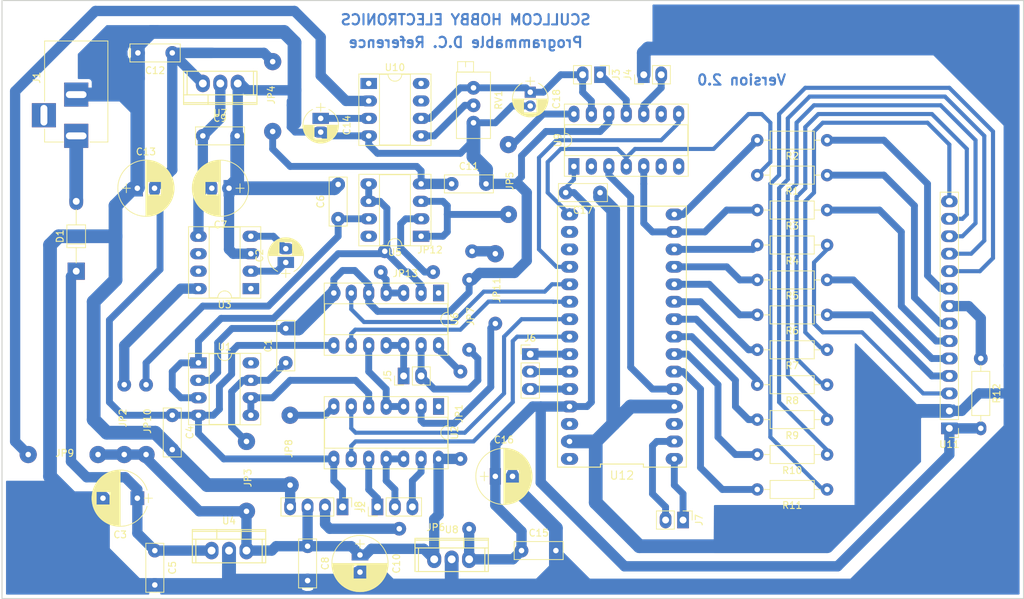
<source format=kicad_pcb>
(kicad_pcb (version 4) (host pcbnew 4.0.7)
  (layers (0 F.Cu signal) (31 B.Cu signal) (34 B.Paste user) (35 F.Paste user) (36 B.SilkS user) (37 F.SilkS user) (38 B.Mask user) (39 F.Mask user) (44 Edge.Cuts user))
  (net 0 "")
  (net 1 GND)
  (net 2 "Net-(C2-Pad1)")
  (net 3 "Net-(C2-Pad2)")
  (net 4 "Net-(C3-Pad1)")
  (net 5 "Net-(C7-Pad2)")
  (net 6 "Net-(C14-Pad1)")
  (net 7 +5V)
  (net 8 +4.096V)
  (net 9 "Net-(D1-Pad2)")
  (net 10 "Net-(J1-Pad3)")
  (net 11 "Net-(J2-Pad1)")
  (net 12 "Net-(J2-Pad2)")
  (net 13 "Net-(J2-Pad3)")
  (net 14 "Net-(J3-Pad1)")
  (net 15 "Net-(J4-Pad2)")
  (net 16 "Net-(J5-Pad1)")
  (net 17 "Net-(J6-Pad1)")
  (net 18 "Net-(J6-Pad2)")
  (net 19 "Net-(J6-Pad3)")
  (net 20 "Net-(J7-Pad1)")
  (net 21 "Net-(J7-Pad2)")
  (net 22 "Net-(R1-Pad1)")
  (net 23 "Net-(R1-Pad2)")
  (net 24 "Net-(R2-Pad1)")
  (net 25 "Net-(R2-Pad2)")
  (net 26 "Net-(R3-Pad1)")
  (net 27 "Net-(R3-Pad2)")
  (net 28 "Net-(R4-Pad1)")
  (net 29 "Net-(R4-Pad2)")
  (net 30 "Net-(R5-Pad1)")
  (net 31 "Net-(R5-Pad2)")
  (net 32 "Net-(R6-Pad1)")
  (net 33 "Net-(R6-Pad2)")
  (net 34 "Net-(R7-Pad1)")
  (net 35 "Net-(R7-Pad2)")
  (net 36 "Net-(R8-Pad1)")
  (net 37 "Net-(R8-Pad2)")
  (net 38 "Net-(R9-Pad1)")
  (net 39 "Net-(R9-Pad2)")
  (net 40 "Net-(R10-Pad1)")
  (net 41 "Net-(R10-Pad2)")
  (net 42 "Net-(R11-Pad1)")
  (net 43 "Net-(R11-Pad2)")
  (net 44 "Net-(R12-Pad1)")
  (net 45 "Net-(RV1-Pad2)")
  (net 46 "Net-(U1-Pad5)")
  (net 47 "Net-(U1-Pad8)")
  (net 48 "Net-(U2-Pad1)")
  (net 49 A4)
  (net 50 "Net-(U2-Pad3)")
  (net 51 A2)
  (net 52 "Net-(U3-Pad1)")
  (net 53 "Net-(U3-Pad6)")
  (net 54 "Net-(U3-Pad7)")
  (net 55 "Net-(U5-Pad8)")
  (net 56 "Net-(U6-Pad1)")
  (net 57 A3)
  (net 58 A1)
  (net 59 A0)
  (net 60 "Net-(U9-Pad2)")
  (net 61 "Net-(U9-Pad9)")
  (net 62 "Net-(U12-Pad5)")
  (net 63 "Net-(U9-Pad6)")
  (net 64 "Net-(U9-Pad7)")
  (net 65 "Net-(U10-Pad1)")
  (net 66 "Net-(U10-Pad7)")
  (net 67 "Net-(U10-Pad8)")
  (net 68 "Net-(U12-Pad30)")
  (net 69 "Net-(U12-Pad28)")
  (net 70 "Net-(U12-Pad3)")
  (net 71 "Net-(U12-Pad18)")
  (net 72 "Net-(U12-Pad17)")
  (net 73 "Net-(JP1-Pad1)")
  (net 74 "Net-(JP2-Pad1)")
  (net 75 "Net-(C1-Pad1)")
  (net 76 "Net-(C11-Pad1)")
  (net 77 "Net-(JP5-Pad1)")
  (net 78 "Net-(JP5-Pad2)")
  (net 79 "Net-(J8-Pad2)")
  (net 80 "Net-(J5-Pad2)")
  (net 81 "Net-(JP8-Pad1)")
  (net 82 "Net-(JP9-Pad2)")
  (net 83 "Net-(C6-Pad1)")
  (net 84 "Net-(JP11-Pad1)")
  (net 85 "Net-(JP11-Pad2)")
  (net 86 "Net-(JP12-Pad2)")
  (net 87 -15V)
  (net 88 +15V)
  (net 89 "Net-(JP13-Pad2)")
  (net 90 "Net-(JP13-Pad1)")
  (module Wire_Connections_Bridges:WireConnection_0.80mmDrill (layer F.Cu) (at 74.7776 61.087)
    (fp_text reference JP13 (at 4.8514 0.2032) (layer F.SilkS))
    (fp_text value Jumper)
    (pad 1 thru_hole circle (at 1.27 0) (size 1.99898 1.99898) (drill 0.8001) (layers *.Cu *.Mask) (net 90 "Net-(JP13-Pad1)"))
    (pad 2 thru_hole circle (at 8.89 0) (size 1.99898 1.99898) (drill 0.8001) (layers *.Cu *.Mask) (net 89 "Net-(JP13-Pad2)"))
  )
  (module Wire_Connections_Bridges:WireConnection_0.80mmDrill (layer F.Cu) (at 88.0618 58.0644 180)
    (fp_text reference JP12 (at 4.8514 0.2032 180) (layer F.SilkS))
    (fp_text value Jumper)
    (pad 1 thru_hole circle (at -1.27 0 180) (size 2 2) (drill 0.8001) (layers *.Cu *.Mask) (net 85 "Net-(JP11-Pad2)"))
    (pad 2 thru_hole circle (at 11.43 0 180) (size 2 2) (drill 0.8001) (layers *.Cu *.Mask) (net 86 "Net-(JP12-Pad2)"))
  )
  (module Wire_Connections_Bridges:WireConnection_0.80mmDrill (layer F.Cu) (at 87.63 76.835 270)
    (fp_text reference JP1 (at 4.8514 0.2032 270) (layer F.SilkS))
    (fp_text value Jumper)
    (pad 1 thru_hole circle (at -1.27 0 270) (size 1.99898 1.99898) (drill 0.8001) (layers *.Cu *.Mask) (net 73 "Net-(JP1-Pad1)"))
    (pad 2 thru_hole circle (at 11.43 0 270) (size 1.99898 1.99898) (drill 0.8001) (layers *.Cu *.Mask) (net 88 +15V))
  )
  (module Capacitors_THT:C_Rect_L7.2mm_W2.5mm_P5.00mm_FKS2_FKP2_MKS2_MKP2 (layer F.Cu) (at 62.23 74.295 90)
    (fp_text reference C1 (at 2.5 -2.56 90) (layer F.SilkS))
    (fp_text value 100nF)
    (pad 1 thru_hole circle (at 0 0 90) (size 2 2) (drill 0.8) (layers *.Cu *.Mask) (net 75 "Net-(C1-Pad1)"))
    (pad 2 thru_hole circle (at 5 0 90) (size 2 2) (drill 0.8) (layers *.Cu *.Mask) (net 1 GND))
  )
  (module Capacitors_THT:CP_Radial_D5.0mm_P2.00mm (layer F.Cu) (at 62.23 59.69 90)
    (fp_text reference C2 (at 1 -3.81 90) (layer F.SilkS))
    (fp_text value 22uF)
    (pad 1 thru_hole rect (at 0 0 90) (size 1.6 2.4) (drill 0.8) (layers *.Cu *.Mask) (net 2 "Net-(C2-Pad1)"))
    (pad 2 thru_hole oval (at 2 0 90) (size 1.6 2.4) (drill 0.8) (layers *.Cu *.Mask) (net 3 "Net-(C2-Pad2)"))
  )
  (module Capacitors_THT:CP_Radial_D8.0mm_P5.00mm (layer F.Cu) (at 40.64 93.98 180)
    (fp_text reference C3 (at 2.5 -5.31 180) (layer F.SilkS))
    (fp_text value 220uF)
    (pad 1 thru_hole rect (at 0 0 180) (size 2 2) (drill 0.8) (layers *.Cu *.Mask) (net 4 "Net-(C3-Pad1)"))
    (pad 2 thru_hole circle (at 5 0 180) (size 2 2) (drill 0.8) (layers *.Cu *.Mask) (net 1 GND))
  )
  (module Capacitors_THT:C_Rect_L7.0mm_W2.5mm_P5.00mm (layer F.Cu) (at 45.72 81.915 270)
    (fp_text reference C4 (at 2.5 -2.56 270) (layer F.SilkS))
    (fp_text value 100nF)
    (pad 1 thru_hole circle (at 0 0 270) (size 2 2) (drill 0.8) (layers *.Cu *.Mask) (net 87 -15V))
    (pad 2 thru_hole circle (at 5 0 270) (size 2 2) (drill 0.8) (layers *.Cu *.Mask) (net 1 GND))
  )
  (module Capacitors_THT:C_Rect_L7.0mm_W2.5mm_P5.00mm (layer F.Cu) (at 43.18 101.6 270)
    (fp_text reference C5 (at 2.5 -2.56 270) (layer F.SilkS))
    (fp_text value 100nF)
    (pad 1 thru_hole circle (at 0 0 270) (size 2 2) (drill 0.8) (layers *.Cu *.Mask) (net 4 "Net-(C3-Pad1)"))
    (pad 2 thru_hole circle (at 5 0 270) (size 2 2) (drill 0.8) (layers *.Cu *.Mask) (net 1 GND))
  )
  (module Capacitors_THT:C_Rect_L7.0mm_W2.5mm_P5.00mm (layer F.Cu) (at 69.85 53.34 90)
    (fp_text reference C6 (at 2.5 -2.56 90) (layer F.SilkS))
    (fp_text value 100nF)
    (pad 1 thru_hole circle (at 0 0 90) (size 2 2) (drill 0.8) (layers *.Cu *.Mask) (net 83 "Net-(C6-Pad1)"))
    (pad 2 thru_hole circle (at 5 0 90) (size 2 2) (drill 0.8) (layers *.Cu *.Mask) (net 1 GND))
  )
  (module Capacitors_THT:C_Rect_L7.0mm_W2.5mm_P5.00mm (layer F.Cu) (at 65.405 100.965 270)
    (fp_text reference C8 (at 2.5 -2.56 270) (layer F.SilkS))
    (fp_text value 100nF)
    (pad 1 thru_hole circle (at 0 0 270) (size 2 2) (drill 0.8) (layers *.Cu *.Mask) (net 88 +15V))
    (pad 2 thru_hole circle (at 5 0 270) (size 2 2) (drill 0.8) (layers *.Cu *.Mask) (net 1 GND))
  )
  (module Capacitors_THT:C_Rect_L7.0mm_W2.5mm_P5.00mm (layer F.Cu) (at 50.165 41.275)
    (fp_text reference C9 (at 2.5 -2.56) (layer F.SilkS))
    (fp_text value 100nF)
    (pad 1 thru_hole circle (at 0 0) (size 2 2) (drill 0.8) (layers *.Cu *.Mask) (net 5 "Net-(C7-Pad2)"))
    (pad 2 thru_hole circle (at 5 0) (size 2 2) (drill 0.8) (layers *.Cu *.Mask) (net 1 GND))
  )
  (module Capacitors_THT:CP_Radial_D5.0mm_P2.00mm (layer F.Cu) (at 67.31 38.735 270)
    (fp_text reference C14 (at 1 -3.81 270) (layer F.SilkS))
    (fp_text value 1uF)
    (pad 1 thru_hole rect (at 0 0 270) (size 1.6 2.4) (drill 0.8) (layers *.Cu *.Mask) (net 6 "Net-(C14-Pad1)"))
    (pad 2 thru_hole oval (at 2 0 270) (size 1.6 2.4) (drill 0.8) (layers *.Cu *.Mask) (net 1 GND))
  )
  (module Capacitors_THT:C_Rect_L7.0mm_W2.5mm_P5.00mm (layer F.Cu) (at 96.52 101.6)
    (fp_text reference C15 (at 2.5 -2.56) (layer F.SilkS))
    (fp_text value 100nF)
    (pad 1 thru_hole circle (at 0 0) (size 2 2) (drill 0.8) (layers *.Cu *.Mask) (net 7 +5V))
    (pad 2 thru_hole circle (at 5 0) (size 2 2) (drill 0.8) (layers *.Cu *.Mask) (net 1 GND))
  )
  (module Capacitors_THT:CP_Radial_D5.0mm_P2.00mm (layer F.Cu) (at 97.79 34.925 270)
    (fp_text reference C18 (at 1 -3.81 270) (layer F.SilkS))
    (fp_text value 22uF)
    (pad 1 thru_hole rect (at 0 0 270) (size 1.6 1.6) (drill 0.8) (layers *.Cu *.Mask) (net 8 +4.096V))
    (pad 2 thru_hole circle (at 2 0 270) (size 1.6 1.6) (drill 0.8) (layers *.Cu *.Mask) (net 1 GND))
  )
  (module Diodes_THT:D_T-1_P10.16mm_Horizontal (layer F.Cu) (at 31.75 60.96 90)
    (fp_text reference D1 (at 5.08 -2.36 90) (layer F.SilkS))
    (fp_text value 1N4007)
    (pad 1 thru_hole rect (at 0 0 90) (size 2.5 2.5) (drill 1) (layers *.Cu *.Mask) (net 4 "Net-(C3-Pad1)"))
    (pad 2 thru_hole oval (at 10.16 0 90) (size 2.5 2) (drill 1) (layers *.Cu *.Mask) (net 9 "Net-(D1-Pad2)"))
  )
  (module Connectors:BARREL_JACK (layer F.Cu) (at 31.75 41.275 270)
    (fp_text reference J1 (at -8.45 5.75 450) (layer F.SilkS))
    (fp_text value "18 Volt DC In")
    (pad 1 thru_hole rect (at 0 0 270) (size 3.5 3.5) (drill oval 1 3) (layers *.Cu *.Mask) (net 9 "Net-(D1-Pad2)"))
    (pad 2 thru_hole rect (at -6 0 270) (size 3.5 3.5) (drill oval 1 3) (layers *.Cu *.Mask) (net 1 GND))
    (pad 3 thru_hole rect (at -3 4.7 270) (size 3.5 3.5) (drill oval 3 1) (layers *.Cu *.Mask) (net 10 "Net-(J1-Pad3)"))
  )
  (module Pin_Headers:Pin_Header_Straight_1x03_Pitch2.54mm (layer F.Cu) (at 75.565 95.25 90)
    (fp_text reference J2 (at 0 -2.33 90) (layer F.SilkS))
    (fp_text value Option)
    (pad 1 thru_hole rect (at 0 0 90) (size 2.4 1.7) (drill 1) (layers *.Cu *.Mask) (net 11 "Net-(J2-Pad1)"))
    (pad 2 thru_hole oval (at 0 2.54 90) (size 2.4 1.7) (drill 1) (layers *.Cu *.Mask) (net 12 "Net-(J2-Pad2)"))
    (pad 3 thru_hole oval (at 0 5.08 90) (size 2.4 1.7) (drill 1) (layers *.Cu *.Mask) (net 13 "Net-(J2-Pad3)"))
  )
  (module Pin_Headers:Pin_Header_Straight_1x02_Pitch2.54mm (layer F.Cu) (at 107.95 32.385 270)
    (fp_text reference J3 (at 0 -2.33 270) (layer F.SilkS))
    (fp_text value "B V Ref.")
    (pad 1 thru_hole rect (at 0 0 270) (size 2.4 1.7) (drill 1) (layers *.Cu *.Mask) (net 14 "Net-(J3-Pad1)"))
    (pad 2 thru_hole oval (at 0 2.54 270) (size 2.4 1.7) (drill 1) (layers *.Cu *.Mask) (net 8 +4.096V))
  )
  (module Pin_Headers:Pin_Header_Straight_1x02_Pitch2.54mm (layer F.Cu) (at 114.3 32.385 90)
    (fp_text reference J4 (at 0 -2.33 90) (layer F.SilkS))
    (fp_text value "DAC B Out")
    (pad 1 thru_hole rect (at 0 0 90) (size 2.4 1.7) (drill 1) (layers *.Cu *.Mask) (net 1 GND))
    (pad 2 thru_hole oval (at 0 2.54 90) (size 2.4 1.7) (drill 1) (layers *.Cu *.Mask) (net 15 "Net-(J4-Pad2)"))
  )
  (module Pin_Headers:Pin_Header_Straight_1x02_Pitch2.54mm (layer F.Cu) (at 79.375 76.2 90)
    (fp_text reference J5 (at 0 -2.33 90) (layer F.SilkS))
    (fp_text value "DC Reference Output")
    (pad 1 thru_hole rect (at 0 0 90) (size 2.4 1.7) (drill 1) (layers *.Cu *.Mask) (net 16 "Net-(J5-Pad1)"))
    (pad 2 thru_hole oval (at 0 2.54 90) (size 2.4 1.7) (drill 1) (layers *.Cu *.Mask) (net 80 "Net-(J5-Pad2)"))
  )
  (module Pin_Headers:Pin_Header_Straight_1x03_Pitch2.54mm (layer F.Cu) (at 97.79 73.025)
    (fp_text reference J6 (at 0 -2.33) (layer F.SilkS))
    (fp_text value Option)
    (pad 1 thru_hole rect (at 0 0) (size 2.4 1.7) (drill 1) (layers *.Cu *.Mask) (net 17 "Net-(J6-Pad1)"))
    (pad 2 thru_hole oval (at 0 2.54) (size 2.4 1.7) (drill 1) (layers *.Cu *.Mask) (net 18 "Net-(J6-Pad2)"))
    (pad 3 thru_hole oval (at 0 5.08) (size 2.4 1.7) (drill 1) (layers *.Cu *.Mask) (net 19 "Net-(J6-Pad3)"))
  )
  (module Pin_Headers:Pin_Header_Straight_1x02_Pitch2.54mm (layer F.Cu) (at 120.015 97.155 270)
    (fp_text reference J7 (at 0 -2.33 270) (layer F.SilkS))
    (fp_text value Option)
    (pad 1 thru_hole rect (at 0 0 270) (size 2.4 1.7) (drill 1) (layers *.Cu *.Mask) (net 20 "Net-(J7-Pad1)"))
    (pad 2 thru_hole oval (at 0 2.54 270) (size 2.4 1.7) (drill 1) (layers *.Cu *.Mask) (net 21 "Net-(J7-Pad2)"))
  )
  (module Socket_Strips:Socket_Strip_Straight_1x04_Pitch2.54mm (layer F.Cu) (at 70.485 95.25 270)
    (fp_text reference J8 (at 0 -2.33 270) (layer F.SilkS))
    (fp_text value "Option Power")
    (pad 1 thru_hole rect (at 0 0 270) (size 2.4 1.7) (drill 1) (layers *.Cu *.Mask) (net 87 -15V))
    (pad 2 thru_hole oval (at 0 2.54 270) (size 2.4 1.7) (drill 1) (layers *.Cu *.Mask) (net 79 "Net-(J8-Pad2)"))
    (pad 3 thru_hole oval (at 0 5.08 270) (size 2.4 1.7) (drill 1) (layers *.Cu *.Mask) (net 88 +15V))
    (pad 4 thru_hole oval (at 0 7.62 270) (size 2.4 1.7) (drill 1) (layers *.Cu *.Mask) (net 1 GND))
  )
  (module Resistors_THT:R_Axial_DIN0207_L6.3mm_D2.5mm_P10.16mm_Horizontal (layer F.Cu) (at 140.97 46.99 180)
    (fp_text reference R1 (at 5.08 -2.31 180) (layer F.SilkS))
    (fp_text value 10K)
    (pad 1 thru_hole circle (at 0 0 180) (size 1.8 1.8) (drill 0.8) (layers *.Cu *.Mask) (net 22 "Net-(R1-Pad1)"))
    (pad 2 thru_hole circle (at 10.16 0 180) (size 1.8 1.8) (drill 0.8) (layers *.Cu *.Mask) (net 23 "Net-(R1-Pad2)"))
  )
  (module Resistors_THT:R_Axial_DIN0207_L6.3mm_D2.5mm_P10.16mm_Horizontal (layer F.Cu) (at 140.97 41.91 180)
    (fp_text reference R2 (at 5.08 -2.31 180) (layer F.SilkS))
    (fp_text value LINK)
    (pad 1 thru_hole circle (at 0 0 180) (size 1.8 1.8) (drill 0.8) (layers *.Cu *.Mask) (net 24 "Net-(R2-Pad1)"))
    (pad 2 thru_hole circle (at 10.16 0 180) (size 1.8 1.8) (drill 0.8) (layers *.Cu *.Mask) (net 25 "Net-(R2-Pad2)"))
  )
  (module Resistors_THT:R_Axial_DIN0207_L6.3mm_D2.5mm_P10.16mm_Horizontal (layer F.Cu) (at 140.97 52.07 180)
    (fp_text reference R3 (at 5.08 -2.31 180) (layer F.SilkS))
    (fp_text value 10K)
    (pad 1 thru_hole circle (at 0 0 180) (size 1.8 1.8) (drill 0.8) (layers *.Cu *.Mask) (net 26 "Net-(R3-Pad1)"))
    (pad 2 thru_hole circle (at 10.16 0 180) (size 1.8 1.8) (drill 0.8) (layers *.Cu *.Mask) (net 27 "Net-(R3-Pad2)"))
  )
  (module Resistors_THT:R_Axial_DIN0207_L6.3mm_D2.5mm_P10.16mm_Horizontal (layer F.Cu) (at 140.97 57.15 180)
    (fp_text reference R4 (at 5.08 -2.31 180) (layer F.SilkS))
    (fp_text value 10K)
    (pad 1 thru_hole circle (at 0 0 180) (size 1.8 1.8) (drill 0.8) (layers *.Cu *.Mask) (net 28 "Net-(R4-Pad1)"))
    (pad 2 thru_hole circle (at 10.16 0 180) (size 1.8 1.8) (drill 0.8) (layers *.Cu *.Mask) (net 29 "Net-(R4-Pad2)"))
  )
  (module Resistors_THT:R_Axial_DIN0207_L6.3mm_D2.5mm_P10.16mm_Horizontal (layer F.Cu) (at 140.97 62.23 180)
    (fp_text reference R5 (at 5.08 -2.31 180) (layer F.SilkS))
    (fp_text value 10K)
    (pad 1 thru_hole circle (at 0 0 180) (size 1.8 1.8) (drill 0.8) (layers *.Cu *.Mask) (net 30 "Net-(R5-Pad1)"))
    (pad 2 thru_hole circle (at 10.16 0 180) (size 1.8 1.8) (drill 0.8) (layers *.Cu *.Mask) (net 31 "Net-(R5-Pad2)"))
  )
  (module Resistors_THT:R_Axial_DIN0207_L6.3mm_D2.5mm_P10.16mm_Horizontal (layer F.Cu) (at 140.97 67.31 180)
    (fp_text reference R6 (at 5.08 -2.31 180) (layer F.SilkS))
    (fp_text value 10K)
    (pad 1 thru_hole circle (at 0 0 180) (size 1.8 1.8) (drill 0.8) (layers *.Cu *.Mask) (net 32 "Net-(R6-Pad1)"))
    (pad 2 thru_hole circle (at 10.16 0 180) (size 1.8 1.8) (drill 0.8) (layers *.Cu *.Mask) (net 33 "Net-(R6-Pad2)"))
  )
  (module Resistors_THT:R_Axial_DIN0207_L6.3mm_D2.5mm_P10.16mm_Horizontal (layer F.Cu) (at 140.97 72.39 180)
    (fp_text reference R7 (at 5.08 -2.31 180) (layer F.SilkS))
    (fp_text value LINK)
    (pad 1 thru_hole circle (at 0 0 180) (size 1.8 1.8) (drill 0.8) (layers *.Cu *.Mask) (net 34 "Net-(R7-Pad1)"))
    (pad 2 thru_hole circle (at 10.16 0 180) (size 1.8 1.8) (drill 0.8) (layers *.Cu *.Mask) (net 35 "Net-(R7-Pad2)"))
  )
  (module Resistors_THT:R_Axial_DIN0207_L6.3mm_D2.5mm_P10.16mm_Horizontal (layer F.Cu) (at 140.97 77.47 180)
    (fp_text reference R8 (at 5.08 -2.31 180) (layer F.SilkS))
    (fp_text value 10K)
    (pad 1 thru_hole circle (at 0 0 180) (size 1.8 1.8) (drill 0.8) (layers *.Cu *.Mask) (net 36 "Net-(R8-Pad1)"))
    (pad 2 thru_hole circle (at 10.16 0 180) (size 1.8 1.8) (drill 0.8) (layers *.Cu *.Mask) (net 37 "Net-(R8-Pad2)"))
  )
  (module Resistors_THT:R_Axial_DIN0207_L6.3mm_D2.5mm_P10.16mm_Horizontal (layer F.Cu) (at 140.97 82.55 180)
    (fp_text reference R9 (at 5.08 -2.31 180) (layer F.SilkS))
    (fp_text value 10K)
    (pad 1 thru_hole circle (at 0 0 180) (size 1.8 1.8) (drill 0.8) (layers *.Cu *.Mask) (net 38 "Net-(R9-Pad1)"))
    (pad 2 thru_hole circle (at 10.16 0 180) (size 1.8 1.8) (drill 0.8) (layers *.Cu *.Mask) (net 39 "Net-(R9-Pad2)"))
  )
  (module Resistors_THT:R_Axial_DIN0207_L6.3mm_D2.5mm_P10.16mm_Horizontal (layer F.Cu) (at 140.97 87.63 180)
    (fp_text reference R10 (at 5.08 -2.31 180) (layer F.SilkS))
    (fp_text value 10K)
    (pad 1 thru_hole circle (at 0 0 180) (size 1.8 1.8) (drill 0.8) (layers *.Cu *.Mask) (net 40 "Net-(R10-Pad1)"))
    (pad 2 thru_hole circle (at 10.16 0 180) (size 1.8 1.8) (drill 0.8) (layers *.Cu *.Mask) (net 41 "Net-(R10-Pad2)"))
  )
  (module Resistors_THT:R_Axial_DIN0207_L6.3mm_D2.5mm_P10.16mm_Horizontal (layer F.Cu) (at 140.97 92.71 180)
    (fp_text reference R11 (at 5.08 -2.31 180) (layer F.SilkS))
    (fp_text value 10K)
    (pad 1 thru_hole circle (at 0 0 180) (size 1.8 1.8) (drill 0.8) (layers *.Cu *.Mask) (net 42 "Net-(R11-Pad1)"))
    (pad 2 thru_hole circle (at 10.16 0 180) (size 1.8 1.8) (drill 0.8) (layers *.Cu *.Mask) (net 43 "Net-(R11-Pad2)"))
  )
  (module Resistors_THT:R_Axial_DIN0207_L6.3mm_D2.5mm_P10.16mm_Horizontal (layer F.Cu) (at 163.322 73.66 270)
    (fp_text reference R12 (at 5.08 -2.31 270) (layer F.SilkS))
    (fp_text value 100)
    (pad 1 thru_hole circle (at 0 0 270) (size 2 2) (drill 0.8) (layers *.Cu *.Mask) (net 44 "Net-(R12-Pad1)"))
    (pad 2 thru_hole oval (at 10.16 0 270) (size 2 1.6) (drill 0.8) (layers *.Cu *.Mask) (net 7 +5V))
  )
  (module Housings_DIP:DIP-8_W7.62mm_Socket_LongPads (layer F.Cu) (at 49.53 74.295)
    (fp_text reference U1 (at 3.81 -2.33) (layer F.SilkS))
    (fp_text value INA105)
    (pad 1 thru_hole rect (at 0 0) (size 2.4 1.6) (drill 0.8) (layers *.Cu *.Mask) (net 86 "Net-(JP12-Pad2)"))
    (pad 5 thru_hole oval (at 7.62 7.62) (size 2.4 1.6) (drill 0.8) (layers *.Cu *.Mask) (net 46 "Net-(U1-Pad5)"))
    (pad 2 thru_hole oval (at 0 2.54) (size 2.4 1.6) (drill 0.8) (layers *.Cu *.Mask) (net 1 GND))
    (pad 6 thru_hole oval (at 7.62 5.08) (size 2.4 1.6) (drill 0.8) (layers *.Cu *.Mask) (net 46 "Net-(U1-Pad5)"))
    (pad 3 thru_hole oval (at 0 5.08) (size 2.4 1.6) (drill 0.8) (layers *.Cu *.Mask) (net 86 "Net-(JP12-Pad2)"))
    (pad 7 thru_hole oval (at 7.62 2.54) (size 2.4 1.6) (drill 0.8) (layers *.Cu *.Mask) (net 75 "Net-(C1-Pad1)"))
    (pad 4 thru_hole oval (at 0 7.62) (size 2.4 1.6) (drill 0.8) (layers *.Cu *.Mask) (net 87 -15V))
    (pad 8 thru_hole oval (at 7.62 0) (size 2.4 1.6) (drill 0.8) (layers *.Cu *.Mask) (net 47 "Net-(U1-Pad8)"))
  )
  (module Housings_DIP:DIP-14_W7.62mm_Socket_LongPads (layer F.Cu) (at 84.455 80.645 270)
    (fp_text reference U2 (at 3.81 -2.33 270) (layer F.SilkS))
    (fp_text value DG303B)
    (pad 1 thru_hole rect (at 0 0 270) (size 2.4 1.6) (drill 0.8) (layers *.Cu *.Mask) (net 48 "Net-(U2-Pad1)"))
    (pad 8 thru_hole oval (at 7.62 15.24 270) (size 2.4 1.6) (drill 0.8) (layers *.Cu *.Mask) (net 87 -15V))
    (pad 2 thru_hole oval (at 0 2.54 270) (size 2.4 1.6) (drill 0.8) (layers *.Cu *.Mask) (net 84 "Net-(JP11-Pad1)"))
    (pad 9 thru_hole oval (at 7.62 12.7 270) (size 2.4 1.6) (drill 0.8) (layers *.Cu *.Mask) (net 49 A4))
    (pad 3 thru_hole oval (at 0 5.08 270) (size 2.4 1.6) (drill 0.8) (layers *.Cu *.Mask) (net 50 "Net-(U2-Pad3)"))
    (pad 10 thru_hole oval (at 7.62 10.16 270) (size 2.4 1.6) (drill 0.8) (layers *.Cu *.Mask) (net 11 "Net-(J2-Pad1)"))
    (pad 4 thru_hole oval (at 0 7.62 270) (size 2.4 1.6) (drill 0.8) (layers *.Cu *.Mask) (net 50 "Net-(U2-Pad3)"))
    (pad 11 thru_hole oval (at 7.62 7.62 270) (size 2.4 1.6) (drill 0.8) (layers *.Cu *.Mask) (net 12 "Net-(J2-Pad2)"))
    (pad 5 thru_hole oval (at 0 10.16 270) (size 2.4 1.6) (drill 0.8) (layers *.Cu *.Mask) (net 46 "Net-(U1-Pad5)"))
    (pad 12 thru_hole oval (at 7.62 5.08 270) (size 2.4 1.6) (drill 0.8) (layers *.Cu *.Mask) (net 12 "Net-(J2-Pad2)"))
    (pad 6 thru_hole oval (at 0 12.7 270) (size 2.4 1.6) (drill 0.8) (layers *.Cu *.Mask) (net 57 A3))
    (pad 13 thru_hole oval (at 7.62 2.54 270) (size 2.4 1.6) (drill 0.8) (layers *.Cu *.Mask) (net 13 "Net-(J2-Pad3)"))
    (pad 7 thru_hole oval (at 0 15.24 270) (size 2.4 1.6) (drill 0.8) (layers *.Cu *.Mask) (net 81 "Net-(JP8-Pad1)"))
    (pad 14 thru_hole oval (at 7.62 0 270) (size 2.4 1.6) (drill 0.8) (layers *.Cu *.Mask) (net 88 +15V))
  )
  (module Housings_DIP:DIP-8_W7.62mm_Socket_LongPads (layer F.Cu) (at 57.15 63.5 180)
    (fp_text reference U3 (at 3.81 -2.33 180) (layer F.SilkS))
    (fp_text value TC962)
    (pad 1 thru_hole rect (at 0 0 180) (size 2.4 1.6) (drill 0.8) (layers *.Cu *.Mask) (net 52 "Net-(U3-Pad1)"))
    (pad 5 thru_hole oval (at 7.62 7.62 180) (size 2.4 1.6) (drill 0.8) (layers *.Cu *.Mask) (net 5 "Net-(C7-Pad2)"))
    (pad 2 thru_hole oval (at 0 2.54 180) (size 2.4 1.6) (drill 0.8) (layers *.Cu *.Mask) (net 2 "Net-(C2-Pad1)"))
    (pad 6 thru_hole oval (at 7.62 5.08 180) (size 2.4 1.6) (drill 0.8) (layers *.Cu *.Mask) (net 53 "Net-(U3-Pad6)"))
    (pad 3 thru_hole oval (at 0 5.08 180) (size 2.4 1.6) (drill 0.8) (layers *.Cu *.Mask) (net 1 GND))
    (pad 7 thru_hole oval (at 7.62 2.54 180) (size 2.4 1.6) (drill 0.8) (layers *.Cu *.Mask) (net 54 "Net-(U3-Pad7)"))
    (pad 4 thru_hole oval (at 0 7.62 180) (size 2.4 1.6) (drill 0.8) (layers *.Cu *.Mask) (net 3 "Net-(C2-Pad2)"))
    (pad 8 thru_hole oval (at 7.62 0 180) (size 2.4 1.6) (drill 0.8) (layers *.Cu *.Mask) (net 74 "Net-(JP2-Pad1)"))
  )
  (module Housings_DIP:DIP-8_W7.62mm_Socket_LongPads (layer F.Cu) (at 81.915 55.88 180)
    (fp_text reference U5 (at 3.81 -2.33 180) (layer F.SilkS))
    (fp_text value INA105)
    (pad 1 thru_hole rect (at 0 0 180) (size 2.4 1.6) (drill 0.8) (layers *.Cu *.Mask) (net 77 "Net-(JP5-Pad1)"))
    (pad 5 thru_hole oval (at 7.62 7.62 180) (size 2.4 1.6) (drill 0.8) (layers *.Cu *.Mask) (net 86 "Net-(JP12-Pad2)"))
    (pad 2 thru_hole oval (at 0 2.54 180) (size 2.4 1.6) (drill 0.8) (layers *.Cu *.Mask) (net 89 "Net-(JP13-Pad2)"))
    (pad 6 thru_hole oval (at 7.62 5.08 180) (size 2.4 1.6) (drill 0.8) (layers *.Cu *.Mask) (net 86 "Net-(JP12-Pad2)"))
    (pad 3 thru_hole oval (at 0 5.08 180) (size 2.4 1.6) (drill 0.8) (layers *.Cu *.Mask) (net 77 "Net-(JP5-Pad1)"))
    (pad 7 thru_hole oval (at 7.62 2.54 180) (size 2.4 1.6) (drill 0.8) (layers *.Cu *.Mask) (net 83 "Net-(C6-Pad1)"))
    (pad 4 thru_hole oval (at 0 7.62 180) (size 2.4 1.6) (drill 0.8) (layers *.Cu *.Mask) (net 76 "Net-(C11-Pad1)"))
    (pad 8 thru_hole oval (at 7.62 0 180) (size 2.4 1.6) (drill 0.8) (layers *.Cu *.Mask) (net 55 "Net-(U5-Pad8)"))
  )
  (module Housings_DIP:DIP-14_W7.62mm_Socket_LongPads (layer F.Cu) (at 84.455 64.135 270)
    (fp_text reference U6 (at 3.81 -2.33 270) (layer F.SilkS))
    (fp_text value DG303B)
    (pad 1 thru_hole rect (at 0 0 270) (size 2.4 1.6) (drill 0.8) (layers *.Cu *.Mask) (net 56 "Net-(U6-Pad1)"))
    (pad 8 thru_hole oval (at 7.62 15.24 270) (size 2.4 1.6) (drill 0.8) (layers *.Cu *.Mask) (net 87 -15V))
    (pad 2 thru_hole oval (at 0 2.54 270) (size 2.4 1.6) (drill 0.8) (layers *.Cu *.Mask) (net 86 "Net-(JP12-Pad2)"))
    (pad 9 thru_hole oval (at 7.62 12.7 270) (size 2.4 1.6) (drill 0.8) (layers *.Cu *.Mask) (net 51 A2))
    (pad 3 thru_hole oval (at 0 5.08 270) (size 2.4 1.6) (drill 0.8) (layers *.Cu *.Mask) (net 90 "Net-(JP13-Pad1)"))
    (pad 10 thru_hole oval (at 7.62 10.16 270) (size 2.4 1.6) (drill 0.8) (layers *.Cu *.Mask) (net 50 "Net-(U2-Pad3)"))
    (pad 4 thru_hole oval (at 0 7.62 270) (size 2.4 1.6) (drill 0.8) (layers *.Cu *.Mask) (net 90 "Net-(JP13-Pad1)"))
    (pad 11 thru_hole oval (at 7.62 7.62 270) (size 2.4 1.6) (drill 0.8) (layers *.Cu *.Mask) (net 16 "Net-(J5-Pad1)"))
    (pad 5 thru_hole oval (at 0 10.16 270) (size 2.4 1.6) (drill 0.8) (layers *.Cu *.Mask) (net 1 GND))
    (pad 12 thru_hole oval (at 7.62 5.08 270) (size 2.4 1.6) (drill 0.8) (layers *.Cu *.Mask) (net 16 "Net-(J5-Pad1)"))
    (pad 6 thru_hole oval (at 0 12.7 270) (size 2.4 1.6) (drill 0.8) (layers *.Cu *.Mask) (net 58 A1))
    (pad 13 thru_hole oval (at 7.62 2.54 270) (size 2.4 1.6) (drill 0.8) (layers *.Cu *.Mask) (net 80 "Net-(J5-Pad2)"))
    (pad 7 thru_hole oval (at 0 15.24 270) (size 2.4 1.6) (drill 0.8) (layers *.Cu *.Mask) (net 1 GND))
    (pad 14 thru_hole oval (at 7.62 0 270) (size 2.4 1.6) (drill 0.8) (layers *.Cu *.Mask) (net 73 "Net-(JP1-Pad1)"))
  )
  (module Housings_DIP:DIP-14_W7.62mm_Socket_LongPads (layer F.Cu) (at 104.14 45.72 90)
    (fp_text reference U9 (at 3.81 -2.33 90) (layer F.SilkS))
    (fp_text value MCP4922EP)
    (pad 1 thru_hole rect (at 0 0 90) (size 2.4 1.6) (drill 0.8) (layers *.Cu *.Mask) (net 7 +5V))
    (pad 8 thru_hole oval (at 7.62 15.24 90) (size 2.4 1.6) (drill 0.8) (layers *.Cu *.Mask) (net 59 A0))
    (pad 2 thru_hole oval (at 0 2.54 90) (size 2.4 1.6) (drill 0.8) (layers *.Cu *.Mask) (net 60 "Net-(U9-Pad2)"))
    (pad 9 thru_hole oval (at 7.62 12.7 90) (size 2.4 1.6) (drill 0.8) (layers *.Cu *.Mask) (net 61 "Net-(U9-Pad9)"))
    (pad 3 thru_hole oval (at 0 5.08 90) (size 2.4 1.6) (drill 0.8) (layers *.Cu *.Mask) (net 62 "Net-(U12-Pad5)"))
    (pad 10 thru_hole oval (at 7.62 10.16 90) (size 2.4 1.6) (drill 0.8) (layers *.Cu *.Mask) (net 15 "Net-(J4-Pad2)"))
    (pad 4 thru_hole oval (at 0 7.62 90) (size 2.4 1.6) (drill 0.8) (layers *.Cu *.Mask) (net 23 "Net-(R1-Pad2)"))
    (pad 11 thru_hole oval (at 7.62 7.62 90) (size 2.4 1.6) (drill 0.8) (layers *.Cu *.Mask) (net 14 "Net-(J3-Pad1)"))
    (pad 5 thru_hole oval (at 0 10.16 90) (size 2.4 1.6) (drill 0.8) (layers *.Cu *.Mask) (net 27 "Net-(R3-Pad2)"))
    (pad 12 thru_hole oval (at 7.62 5.08 90) (size 2.4 1.6) (drill 0.8) (layers *.Cu *.Mask) (net 1 GND))
    (pad 6 thru_hole oval (at 0 12.7 90) (size 2.4 1.6) (drill 0.8) (layers *.Cu *.Mask) (net 63 "Net-(U9-Pad6)"))
    (pad 13 thru_hole oval (at 7.62 2.54 90) (size 2.4 1.6) (drill 0.8) (layers *.Cu *.Mask) (net 8 +4.096V))
    (pad 7 thru_hole oval (at 0 15.24 90) (size 2.4 1.6) (drill 0.8) (layers *.Cu *.Mask) (net 64 "Net-(U9-Pad7)"))
    (pad 14 thru_hole oval (at 7.62 0 90) (size 2.4 1.6) (drill 0.8) (layers *.Cu *.Mask) (net 78 "Net-(JP5-Pad2)"))
  )
  (module Housings_DIP:DIP-8_W7.62mm_Socket_LongPads (layer F.Cu) (at 74.295 33.655)
    (fp_text reference U10 (at 3.81 -2.33) (layer F.SilkS))
    (fp_text value MAX6341)
    (pad 1 thru_hole rect (at 0 0) (size 2.4 1.6) (drill 0.8) (layers *.Cu *.Mask) (net 65 "Net-(U10-Pad1)"))
    (pad 5 thru_hole oval (at 7.62 7.62) (size 2.4 1.6) (drill 0.8) (layers *.Cu *.Mask) (net 45 "Net-(RV1-Pad2)"))
    (pad 2 thru_hole oval (at 0 2.54) (size 2.4 1.6) (drill 0.8) (layers *.Cu *.Mask) (net 82 "Net-(JP9-Pad2)"))
    (pad 6 thru_hole oval (at 7.62 5.08) (size 2.4 1.6) (drill 0.8) (layers *.Cu *.Mask) (net 8 +4.096V))
    (pad 3 thru_hole oval (at 0 5.08) (size 2.4 1.6) (drill 0.8) (layers *.Cu *.Mask) (net 6 "Net-(C14-Pad1)"))
    (pad 7 thru_hole oval (at 7.62 2.54) (size 2.4 1.6) (drill 0.8) (layers *.Cu *.Mask) (net 66 "Net-(U10-Pad7)"))
    (pad 4 thru_hole oval (at 0 7.62) (size 2.4 1.6) (drill 0.8) (layers *.Cu *.Mask) (net 1 GND))
    (pad 8 thru_hole oval (at 7.62 0) (size 2.4 1.6) (drill 0.8) (layers *.Cu *.Mask) (net 67 "Net-(U10-Pad8)"))
  )
  (module Socket_Strips:Socket_Strip_Straight_1x14_Pitch2.54mm (layer F.Cu) (at 158.75 83.82 180)
    (fp_text reference U11 (at 0 -2.33 180) (layer F.SilkS))
    (fp_text value TFT_240x320_SPI_ILI9341)
    (pad 1 thru_hole rect (at 0 0 180) (size 2.4 1.7) (drill 1) (layers *.Cu *.Mask) (net 7 +5V))
    (pad 2 thru_hole oval (at 0 2.54 180) (size 2.4 1.7) (drill 1) (layers *.Cu *.Mask) (net 1 GND))
    (pad 3 thru_hole oval (at 0 5.08 180) (size 2.4 1.7) (drill 1) (layers *.Cu *.Mask) (net 28 "Net-(R4-Pad1)"))
    (pad 4 thru_hole oval (at 0 7.62 180) (size 2.4 1.7) (drill 1) (layers *.Cu *.Mask) (net 32 "Net-(R6-Pad1)"))
    (pad 5 thru_hole oval (at 0 10.16 180) (size 2.4 1.7) (drill 1) (layers *.Cu *.Mask) (net 30 "Net-(R5-Pad1)"))
    (pad 6 thru_hole oval (at 0 12.7 180) (size 2.4 1.7) (drill 1) (layers *.Cu *.Mask) (net 26 "Net-(R3-Pad1)"))
    (pad 7 thru_hole oval (at 0 15.24 180) (size 2.4 1.7) (drill 1) (layers *.Cu *.Mask) (net 22 "Net-(R1-Pad1)"))
    (pad 8 thru_hole oval (at 0 17.78 180) (size 2.4 1.7) (drill 1) (layers *.Cu *.Mask) (net 44 "Net-(R12-Pad1)"))
    (pad 9 thru_hole oval (at 0 20.32 180) (size 2.4 1.7) (drill 1) (layers *.Cu *.Mask) (net 24 "Net-(R2-Pad1)"))
    (pad 10 thru_hole oval (at 0 22.86 180) (size 2.4 1.7) (drill 1) (layers *.Cu *.Mask) (net 42 "Net-(R11-Pad1)"))
    (pad 11 thru_hole oval (at 0 25.4 180) (size 2.4 1.7) (drill 1) (layers *.Cu *.Mask) (net 40 "Net-(R10-Pad1)"))
    (pad 12 thru_hole oval (at 0 27.94 180) (size 2.4 1.7) (drill 1) (layers *.Cu *.Mask) (net 38 "Net-(R9-Pad1)"))
    (pad 13 thru_hole oval (at 0 30.48 180) (size 2.4 1.7) (drill 1) (layers *.Cu *.Mask) (net 36 "Net-(R8-Pad1)"))
    (pad 14 thru_hole oval (at 0 33.02 180) (size 2.4 1.7) (drill 1) (layers *.Cu *.Mask) (net 34 "Net-(R7-Pad1)"))
  )
  (module Arduino_Socket:DIP-30_0_ELL (layer F.Cu) (at 111.125 70.485 90)
    (fp_text reference U12 (at -20.18 0 180) (layer F.SilkS) (effects (font (size 1.2 1.2))))
    (fp_text value arduino_nano)
    (pad 30 thru_hole oval (at -17.78 -7.62 90) (size 1.7 2.5) (drill 0.8) (layers *.Cu *.Mask) (net 68 "Net-(U12-Pad30)"))
    (pad 1 thru_hole oval (at -17.78 7.62 90) (size 1.7 2.5) (drill 0.8) (layers *.Cu *.Mask) (net 20 "Net-(J7-Pad1)"))
    (pad 29 thru_hole oval (at -15.24 -7.62 90) (size 1.7 2.5) (drill 0.8) (layers *.Cu *.Mask) (net 1 GND))
    (pad 2 thru_hole oval (at -15.24 7.62 90) (size 1.7 2.5) (drill 0.8) (layers *.Cu *.Mask) (net 21 "Net-(J7-Pad2)"))
    (pad 28 thru_hole oval (at -12.7 -7.62 90) (size 1.7 2.5) (drill 0.8) (layers *.Cu *.Mask) (net 69 "Net-(U12-Pad28)"))
    (pad 3 thru_hole oval (at -12.7 7.62 90) (size 1.7 2.5) (drill 0.8) (layers *.Cu *.Mask) (net 70 "Net-(U12-Pad3)"))
    (pad 27 thru_hole oval (at -10.16 -7.62 90) (size 1.7 2.5) (drill 0.8) (layers *.Cu *.Mask) (net 7 +5V))
    (pad 4 thru_hole oval (at -10.16 7.62 90) (size 1.7 2.5) (drill 0.8) (layers *.Cu *.Mask) (net 1 GND))
    (pad 26 thru_hole oval (at -7.62 -7.62 90) (size 1.7 2.5) (drill 0.8) (layers *.Cu *.Mask) (net 19 "Net-(J6-Pad3)"))
    (pad 5 thru_hole oval (at -7.62 7.62 90) (size 1.7 2.5) (drill 0.8) (layers *.Cu *.Mask) (net 62 "Net-(U12-Pad5)"))
    (pad 25 thru_hole oval (at -5.08 -7.62 90) (size 1.7 2.5) (drill 0.8) (layers *.Cu *.Mask) (net 18 "Net-(J6-Pad2)"))
    (pad 6 thru_hole oval (at -5.08 7.62 90) (size 1.7 2.5) (drill 0.8) (layers *.Cu *.Mask) (net 43 "Net-(R11-Pad2)"))
    (pad 24 thru_hole oval (at -2.54 -7.62 90) (size 1.7 2.5) (drill 0.8) (layers *.Cu *.Mask) (net 17 "Net-(J6-Pad1)"))
    (pad 7 thru_hole oval (at -2.54 7.62 90) (size 1.7 2.5) (drill 0.8) (layers *.Cu *.Mask) (net 41 "Net-(R10-Pad2)"))
    (pad 23 thru_hole oval (at 0 -7.62 90) (size 1.7 2.5) (drill 0.8) (layers *.Cu *.Mask) (net 49 A4))
    (pad 8 thru_hole oval (at 0 7.62 90) (size 1.7 2.5) (drill 0.8) (layers *.Cu *.Mask) (net 39 "Net-(R9-Pad2)"))
    (pad 22 thru_hole oval (at 2.54 -7.62 90) (size 1.7 2.5) (drill 0.8) (layers *.Cu *.Mask) (net 57 A3))
    (pad 9 thru_hole oval (at 2.54 7.62 90) (size 1.7 2.5) (drill 0.8) (layers *.Cu *.Mask) (net 37 "Net-(R8-Pad2)"))
    (pad 21 thru_hole oval (at 5.08 -7.62 90) (size 1.7 2.5) (drill 0.8) (layers *.Cu *.Mask) (net 51 A2))
    (pad 10 thru_hole oval (at 5.08 7.62 90) (size 1.7 2.5) (drill 0.8) (layers *.Cu *.Mask) (net 35 "Net-(R7-Pad2)"))
    (pad 20 thru_hole oval (at 7.62 -7.62 90) (size 1.7 2.5) (drill 0.8) (layers *.Cu *.Mask) (net 58 A1))
    (pad 11 thru_hole oval (at 7.62 7.62 90) (size 1.7 2.5) (drill 0.8) (layers *.Cu *.Mask) (net 33 "Net-(R6-Pad2)"))
    (pad 19 thru_hole oval (at 10.16 -7.62 90) (size 1.7 2.5) (drill 0.8) (layers *.Cu *.Mask) (net 59 A0))
    (pad 12 thru_hole oval (at 10.16 7.62 90) (size 1.7 2.5) (drill 0.8) (layers *.Cu *.Mask) (net 31 "Net-(R5-Pad2)"))
    (pad 18 thru_hole oval (at 12.7 -7.62 90) (size 1.7 2.5) (drill 0.8) (layers *.Cu *.Mask) (net 71 "Net-(U12-Pad18)"))
    (pad 13 thru_hole oval (at 12.7 7.62 90) (size 1.7 2.5) (drill 0.8) (layers *.Cu *.Mask) (net 29 "Net-(R4-Pad2)"))
    (pad 17 thru_hole oval (at 15.24 -7.62 90) (size 1.7 2.5) (drill 0.8) (layers *.Cu *.Mask) (net 72 "Net-(U12-Pad17)"))
    (pad 14 thru_hole oval (at 15.24 7.62 90) (size 1.7 2.5) (drill 0.8) (layers *.Cu *.Mask) (net 27 "Net-(R3-Pad2)"))
    (pad 16 thru_hole oval (at 17.78 -7.62 90) (size 1.7 2.5) (drill 0.8) (layers *.Cu *.Mask) (net 23 "Net-(R1-Pad2)"))
    (pad 15 thru_hole oval (at 17.78 7.62 90) (size 1.7 2.5) (drill 0.8) (layers *.Cu *.Mask) (net 25 "Net-(R2-Pad2)"))
  )
  (module Potentiometers:Potentiometer_Trimmer_Bourns_3296X (layer F.Cu) (at 89.535 39.37 270)
    (fp_text reference RV1 (at -3.3 -3.66 270) (layer F.SilkS))
    (fp_text value 10K)
    (pad 1 thru_hole circle (at 0 0 270) (size 2 2) (drill 0.8) (layers *.Cu *.Mask) (net 1 GND))
    (pad 2 thru_hole circle (at -2.54 0 270) (size 2 2) (drill 0.8) (layers *.Cu *.Mask) (net 45 "Net-(RV1-Pad2)"))
    (pad 3 thru_hole circle (at -5.08 0 270) (size 2 2) (drill 0.8) (layers *.Cu *.Mask) (net 8 +4.096V))
  )
  (module Power_Integrations:TO-220 (layer F.Cu) (at 53.975 101.6)
    (fp_text reference U4 (at 0 -4.318) (layer F.SilkS))
    (fp_text value LM7815_TO220)
    (pad 2 thru_hole oval (at 0 0) (size 2.032 2.54) (drill 1.143) (layers *.Cu *.Mask) (net 1 GND))
    (pad 3 thru_hole oval (at 2.54 0) (size 2.032 2.54) (drill 1.143) (layers *.Cu *.Mask) (net 88 +15V))
    (pad 1 thru_hole oval (at -2.54 0) (size 2.032 2.54) (drill 1.143) (layers *.Cu *.Mask) (net 4 "Net-(C3-Pad1)"))
  )
  (module Power_Integrations:TO-220 (layer F.Cu) (at 52.705 33.655 180)
    (fp_text reference U7 (at 0 -4.318 180) (layer F.SilkS))
    (fp_text value LM7915_TO220)
    (pad 2 thru_hole oval (at 0 0 180) (size 2.032 2.54) (drill 1.143) (layers *.Cu *.Mask) (net 5 "Net-(C7-Pad2)"))
    (pad 3 thru_hole oval (at 2.54 0 180) (size 2.032 2.54) (drill 1.143) (layers *.Cu *.Mask) (net 87 -15V))
    (pad 1 thru_hole oval (at -2.54 0 180) (size 2.032 2.54) (drill 1.143) (layers *.Cu *.Mask) (net 1 GND))
  )
  (module Power_Integrations:TO-220 (layer F.Cu) (at 86.36 102.87)
    (fp_text reference U8 (at 0 -4.318) (layer F.SilkS))
    (fp_text value LM7805_TO220)
    (pad 2 thru_hole oval (at 0 0) (size 2.032 2.54) (drill 1.143) (layers *.Cu *.Mask) (net 1 GND))
    (pad 3 thru_hole oval (at 2.54 0) (size 2.032 2.54) (drill 1.143) (layers *.Cu *.Mask) (net 7 +5V))
    (pad 1 thru_hole oval (at -2.54 0) (size 2.032 2.54) (drill 1.143) (layers *.Cu *.Mask) (net 88 +15V))
  )
  (module Capacitors_THT:CP_Radial_D8.0mm_P2.50mm (layer F.Cu) (at 53.975 48.895 180)
    (fp_text reference C7 (at 1.25 -5.31 180) (layer F.SilkS))
    (fp_text value 100uF)
    (pad 1 thru_hole rect (at 0 0 180) (size 1.6 2.4) (drill 0.8) (layers *.Cu *.Mask) (net 1 GND))
    (pad 2 thru_hole oval (at 2.5 0 180) (size 1.6 2.4) (drill 0.8) (layers *.Cu *.Mask) (net 5 "Net-(C7-Pad2)"))
  )
  (module Capacitors_THT:C_Rect_L7.0mm_W2.5mm_P5.00mm (layer F.Cu) (at 86.36 48.26)
    (fp_text reference C11 (at 2.5 -2.56) (layer F.SilkS))
    (fp_text value 100nF)
    (pad 1 thru_hole circle (at 0 0) (size 2 2) (drill 0.8) (layers *.Cu *.Mask) (net 76 "Net-(C11-Pad1)"))
    (pad 2 thru_hole circle (at 5 0) (size 2 2) (drill 0.8) (layers *.Cu *.Mask) (net 1 GND))
  )
  (module Capacitors_THT:C_Rect_L7.2mm_W2.5mm_P5.00mm_FKS2_FKP2_MKS2_MKP2 (layer F.Cu) (at 45.72 29.21 180)
    (fp_text reference C12 (at 2.5 -2.56 180) (layer F.SilkS))
    (fp_text value 100nF)
    (pad 1 thru_hole circle (at 0 0 180) (size 2 2) (drill 0.8) (layers *.Cu *.Mask) (net 87 -15V))
    (pad 2 thru_hole circle (at 5 0 180) (size 2 2) (drill 0.8) (layers *.Cu *.Mask) (net 1 GND))
  )
  (module Capacitors_THT:C_Rect_L7.0mm_W2.5mm_P5.00mm (layer F.Cu) (at 107.95 49.53 180)
    (fp_text reference C17 (at 2.5 -2.56 180) (layer F.SilkS))
    (fp_text value 100nF)
    (pad 1 thru_hole circle (at 0 0 180) (size 2 2) (drill 0.8) (layers *.Cu *.Mask) (net 1 GND))
    (pad 2 thru_hole circle (at 5 0 180) (size 2 2) (drill 0.8) (layers *.Cu *.Mask) (net 7 +5V))
  )
  (module Capacitors_THT:CP_Radial_D8.0mm_P2.50mm (layer F.Cu) (at 73.025 102.235 270)
    (fp_text reference C10 (at 1.25 -5.31 270) (layer F.SilkS))
    (fp_text value 100uF)
    (pad 1 thru_hole rect (at 0 0 270) (size 1.6 2.4) (drill 0.8) (layers *.Cu *.Mask) (net 88 +15V))
    (pad 2 thru_hole oval (at 2.5 0 270) (size 1.6 2.4) (drill 0.8) (layers *.Cu *.Mask) (net 1 GND))
  )
  (module Capacitors_THT:CP_Radial_D8.0mm_P2.50mm (layer F.Cu) (at 40.64 48.895)
    (fp_text reference C13 (at 1.25 -5.31) (layer F.SilkS))
    (fp_text value 100uF)
    (pad 1 thru_hole rect (at 0 0) (size 1.6 2.4) (drill 0.8) (layers *.Cu *.Mask) (net 1 GND))
    (pad 2 thru_hole oval (at 2.5 0) (size 1.6 2.4) (drill 0.8) (layers *.Cu *.Mask) (net 87 -15V))
  )
  (module Capacitors_THT:CP_Radial_D8.0mm_P2.50mm (layer F.Cu) (at 92.71 90.805)
    (fp_text reference C16 (at 1.25 -5.31) (layer F.SilkS))
    (fp_text value 100uF)
    (pad 1 thru_hole rect (at 0 0) (size 1.6 2.4) (drill 0.8) (layers *.Cu *.Mask) (net 7 +5V))
    (pad 2 thru_hole oval (at 2.5 0) (size 1.6 2.4) (drill 0.8) (layers *.Cu *.Mask) (net 1 GND))
  )
  (module Wire_Connections_Bridges:WireConnection_0.80mmDrill (layer F.Cu) (at 38.735 77.47 270)
    (fp_text reference JP2 (at 4.8514 0.2032 270) (layer F.SilkS))
    (fp_text value Jumper)
    (pad 1 thru_hole circle (at 0 0 270) (size 1.99898 1.99898) (drill 0.8001) (layers *.Cu *.Mask) (net 74 "Net-(JP2-Pad1)"))
    (pad 2 thru_hole circle (at 10.16 0 270) (size 2.5 2.5) (drill 0.8001) (layers *.Cu *.Mask) (net 88 +15V))
  )
  (module Wire_Connections_Bridges:WireConnection_0.80mmDrill (layer F.Cu) (at 56.515 95.885 90)
    (fp_text reference JP3 (at 4.8514 0.2032 90) (layer F.SilkS))
    (fp_text value Jumper)
    (pad 1 thru_hole circle (at 0 0 90) (size 2.5 2.5) (drill 0.8001) (layers *.Cu *.Mask) (net 88 +15V))
    (pad 2 thru_hole circle (at 10.16 0 90) (size 2.5 2.5) (drill 0.8001) (layers *.Cu *.Mask) (net 75 "Net-(C1-Pad1)"))
  )
  (module Wire_Connections_Bridges:WireConnection_0.80mmDrill (layer F.Cu) (at 60.325 30.48 270)
    (fp_text reference JP4 (at 4.8514 0.2032 270) (layer F.SilkS))
    (fp_text value Jumper)
    (pad 1 thru_hole circle (at 0 0 270) (size 2.5 2.5) (drill 0.8001) (layers *.Cu *.Mask) (net 87 -15V))
    (pad 2 thru_hole circle (at 10.16 0 270) (size 2.5 2.5) (drill 0.8001) (layers *.Cu *.Mask) (net 76 "Net-(C11-Pad1)"))
  )
  (module Wire_Connections_Bridges:WireConnection_0.80mmDrill (layer F.Cu) (at 94.615 52.705 90)
    (fp_text reference JP5 (at 4.8514 0.2032 90) (layer F.SilkS))
    (fp_text value Jumper)
    (pad 1 thru_hole circle (at 0 0 90) (size 2.5 2.5) (drill 0.8001) (layers *.Cu *.Mask) (net 77 "Net-(JP5-Pad1)"))
    (pad 2 thru_hole circle (at 10.16 0 90) (size 2.5 2.5) (drill 0.8001) (layers *.Cu *.Mask) (net 78 "Net-(JP5-Pad2)"))
  )
  (module Wire_Connections_Bridges:WireConnection_0.80mmDrill (layer F.Cu) (at 88.9 98.425 180)
    (fp_text reference JP6 (at 4.8514 0.2032 180) (layer F.SilkS))
    (fp_text value Jumper)
    (pad 1 thru_hole circle (at 0 0 180) (size 1.99898 1.99898) (drill 0.8001) (layers *.Cu *.Mask) (net 7 +5V))
    (pad 2 thru_hole circle (at 10.16 0 180) (size 1.99898 1.99898) (drill 0.8001) (layers *.Cu *.Mask) (net 79 "Net-(J8-Pad2)"))
  )
  (module Wire_Connections_Bridges:WireConnection_0.80mmDrill (layer F.Cu) (at 88.9 72.39 90)
    (fp_text reference JP7 (at 4.8514 0.2032 90) (layer F.SilkS))
    (fp_text value Jumper)
    (pad 1 thru_hole circle (at 0 0 90) (size 1.99898 1.99898) (drill 0.8001) (layers *.Cu *.Mask) (net 80 "Net-(J5-Pad2)"))
    (pad 2 thru_hole circle (at 10.16 0 90) (size 1.99898 1.99898) (drill 0.8001) (layers *.Cu *.Mask) (net 1 GND))
  )
  (module Wire_Connections_Bridges:WireConnection_0.80mmDrill (layer F.Cu) (at 62.865 81.915 270)
    (fp_text reference JP8 (at 4.8514 0.2032 270) (layer F.SilkS))
    (fp_text value Jumper)
    (pad 1 thru_hole circle (at 0 0 270) (size 2.5 2.5) (drill 0.8001) (layers *.Cu *.Mask) (net 81 "Net-(JP8-Pad1)"))
    (pad 2 thru_hole circle (at 10.16 0 270) (size 2.5 2.5) (drill 0.8001) (layers *.Cu *.Mask) (net 1 GND))
  )
  (module Wire_Connections_Bridges:WireConnection_0.80mmDrill (layer F.Cu) (at 34.925 87.63 180)
    (fp_text reference JP9 (at 4.8514 0.2032 180) (layer F.SilkS))
    (fp_text value Jumper)
    (pad 1 thru_hole circle (at 0 0 180) (size 2.5 2.5) (drill 0.8001) (layers *.Cu *.Mask) (net 88 +15V))
    (pad 2 thru_hole circle (at 10.16 0 180) (size 2.5 2.5) (drill 0.8001) (layers *.Cu *.Mask) (net 82 "Net-(JP9-Pad2)"))
  )
  (module Wire_Connections_Bridges:WireConnection_0.80mmDrill (layer F.Cu) (at 41.91 87.63 90)
    (fp_text reference JP10 (at 4.8514 0.2032 90) (layer F.SilkS))
    (fp_text value Jumper)
    (pad 1 thru_hole circle (at 0 0 90) (size 2.5 2.5) (drill 0.8001) (layers *.Cu *.Mask) (net 88 +15V))
    (pad 2 thru_hole circle (at 10.16 0 90) (size 2 2) (drill 0.8001) (layers *.Cu *.Mask) (net 83 "Net-(C6-Pad1)"))
  )
  (module Wire_Connections_Bridges:WireConnection_0.80mmDrill (layer F.Cu) (at 92.71 68.58 90)
    (fp_text reference JP11 (at 4.8514 0.2032 90) (layer F.SilkS))
    (fp_text value Jumper)
    (pad 1 thru_hole circle (at 0 0 90) (size 1.99898 1.99898) (drill 0.8001) (layers *.Cu *.Mask) (net 84 "Net-(JP11-Pad1)"))
    (pad 2 thru_hole circle (at 10.16 0 90) (size 2.5 2.5) (drill 0.8001) (layers *.Cu *.Mask) (net 85 "Net-(JP11-Pad2)"))
  )
  (gr_text "Version 2.0" (at 128.524 33.147) (layer B.Cu) (effects (font (size 1.5 1.5) (thickness 0.3)) (justify mirror)))
  (gr_line (start 20.955 108.585) (end 20.955 21.59) (angle 90) (layer Edge.Cuts) (width 0.15))
  (gr_line (start 169.545 108.585) (end 20.955 108.585) (angle 90) (layer Edge.Cuts) (width 0.15))
  (gr_line (start 169.545 21.59) (end 169.545 108.585) (angle 90) (layer Edge.Cuts) (width 0.15))
  (gr_line (start 20.955 21.59) (end 169.545 21.59) (angle 90) (layer Edge.Cuts) (width 0.15))
  (gr_text "Programmable D.C. Reference" (at 88.392 27.686) (layer B.Cu) (effects (font (size 1.5 1.5) (thickness 0.3)) (justify mirror)))
  (gr_text "SCULLCOM HOBBY ELECTRONICS" (at 88.392 24.384) (layer B.Cu) (effects (font (size 1.5 1.5) (thickness 0.3)) (justify mirror)))
  (segment (start 74.295 64.135) (end 74.295 65.5066) (width 1) (layer B.Cu) (net 1))
  (segment (start 88.9 64.0334) (end 88.9 62.23) (width 1) (layer B.Cu) (net 1))
  (segment (start 86.1314 66.802) (end 88.9 64.0334) (width 1) (layer B.Cu) (net 1))
  (segment (start 75.5904 66.802) (end 86.1314 66.802) (width 1) (layer B.Cu) (net 1))
  (segment (start 74.295 65.5066) (end 75.5904 66.802) (width 1) (layer B.Cu) (net 1))
  (segment (start 74.295 64.135) (end 74.295 62.8904) (width 1) (layer B.Cu) (net 1))
  (segment (start 69.215 62.1538) (end 69.215 64.135) (width 1) (layer B.Cu) (net 1))
  (segment (start 70.5104 60.8584) (end 69.215 62.1538) (width 1) (layer B.Cu) (net 1))
  (segment (start 72.263 60.8584) (end 70.5104 60.8584) (width 1) (layer B.Cu) (net 1))
  (segment (start 74.295 62.8904) (end 72.263 60.8584) (width 1) (layer B.Cu) (net 1))
  (segment (start 55.245 33.655) (end 55.626 33.655) (width 1.5) (layer B.Cu) (net 1))
  (segment (start 55.626 33.655) (end 56.6166 34.6456) (width 1.5) (layer B.Cu) (net 1))
  (segment (start 56.6166 34.6456) (end 63.5 34.6456) (width 1.5) (layer B.Cu) (net 1))
  (segment (start 62.865 92.075) (end 62.865 95.25) (width 1.5) (layer B.Cu) (net 1))
  (segment (start 40.72 29.21) (end 40.72 28.114) (width 2) (layer B.Cu) (net 1))
  (segment (start 63.5 27.686) (end 63.5 34.6456) (width 2) (layer B.Cu) (net 1))
  (segment (start 63.5 34.6456) (end 63.5 39.37) (width 2) (layer B.Cu) (net 1))
  (segment (start 61.976 26.162) (end 63.5 27.686) (width 2) (layer B.Cu) (net 1))
  (segment (start 42.672 26.162) (end 61.976 26.162) (width 2) (layer B.Cu) (net 1))
  (segment (start 40.72 28.114) (end 42.672 26.162) (width 2) (layer B.Cu) (net 1))
  (segment (start 109.22 38.1) (end 109.22 39.37) (width 1) (layer B.Cu) (net 1))
  (segment (start 95.504 48.26) (end 91.36 48.26) (width 1) (layer B.Cu) (net 1))
  (segment (start 96.52 47.244) (end 95.504 48.26) (width 1) (layer B.Cu) (net 1))
  (segment (start 96.52 44.196) (end 96.52 47.244) (width 1) (layer B.Cu) (net 1))
  (segment (start 100.076 40.64) (end 96.52 44.196) (width 1) (layer B.Cu) (net 1))
  (segment (start 107.95 40.64) (end 100.076 40.64) (width 1) (layer B.Cu) (net 1))
  (segment (start 109.22 39.37) (end 107.95 40.64) (width 1) (layer B.Cu) (net 1))
  (segment (start 88.9 62.23) (end 89.408 62.23) (width 1.5) (layer B.Cu) (net 1))
  (segment (start 89.408 62.23) (end 90.424 61.214) (width 1.5) (layer B.Cu) (net 1))
  (segment (start 96.012 48.26) (end 91.36 48.26) (width 1.5) (layer B.Cu) (net 1))
  (segment (start 97.282 49.53) (end 96.012 48.26) (width 1.5) (layer B.Cu) (net 1))
  (segment (start 97.282 59.436) (end 97.282 49.53) (width 1.5) (layer B.Cu) (net 1))
  (segment (start 95.504 61.214) (end 97.282 59.436) (width 1.5) (layer B.Cu) (net 1))
  (segment (start 90.424 61.214) (end 95.504 61.214) (width 1.5) (layer B.Cu) (net 1))
  (segment (start 89.535 39.37) (end 89.535 44.323) (width 2) (layer B.Cu) (net 1))
  (segment (start 91.36 46.148) (end 91.36 48.26) (width 2) (layer B.Cu) (net 1))
  (segment (start 89.535 44.323) (end 91.36 46.148) (width 2) (layer B.Cu) (net 1))
  (segment (start 158.75 81.28) (end 160.528 81.28) (width 1.5) (layer B.Cu) (net 1))
  (segment (start 163.068 78.74) (end 167.64 78.74) (width 1.5) (layer B.Cu) (net 1))
  (segment (start 160.528 81.28) (end 163.068 78.74) (width 1.5) (layer B.Cu) (net 1))
  (segment (start 55.245 33.655) (end 55.245 41.195) (width 1.5) (layer B.Cu) (net 1))
  (segment (start 55.245 41.195) (end 55.165 41.275) (width 1.5) (layer B.Cu) (net 1))
  (segment (start 57.15 58.42) (end 54.61 58.42) (width 1.5) (layer B.Cu) (net 1))
  (segment (start 53.975 57.785) (end 53.975 48.895) (width 1.5) (layer B.Cu) (net 1))
  (segment (start 54.61 58.42) (end 53.975 57.785) (width 1.5) (layer B.Cu) (net 1))
  (segment (start 49.53 76.835) (end 51.181 76.835) (width 1) (layer B.Cu) (net 1))
  (segment (start 54.403 69.295) (end 62.23 69.295) (width 1) (layer B.Cu) (net 1))
  (segment (start 52.324 71.374) (end 54.403 69.295) (width 1) (layer B.Cu) (net 1))
  (segment (start 52.324 75.692) (end 52.324 71.374) (width 1) (layer B.Cu) (net 1))
  (segment (start 51.181 76.835) (end 52.324 75.692) (width 1) (layer B.Cu) (net 1))
  (segment (start 45.72 86.915) (end 45.72 86.995) (width 2) (layer B.Cu) (net 1))
  (segment (start 45.72 86.995) (end 50.8 92.075) (width 2) (layer B.Cu) (net 1))
  (segment (start 50.8 92.075) (end 62.865 92.075) (width 2) (layer B.Cu) (net 1))
  (segment (start 62.23 69.295) (end 64.055 69.295) (width 2) (layer B.Cu) (net 1))
  (segment (start 64.055 69.295) (end 69.215 64.135) (width 2) (layer B.Cu) (net 1))
  (segment (start 107.95 49.53) (end 107.95 50.165) (width 2) (layer B.Cu) (net 1))
  (segment (start 107.95 50.165) (end 109.855 52.07) (width 2) (layer B.Cu) (net 1))
  (segment (start 109.855 52.07) (end 109.855 83.185) (width 2) (layer B.Cu) (net 1))
  (segment (start 158.75 81.28) (end 154.305 81.28) (width 2) (layer B.Cu) (net 1))
  (segment (start 107.315 94.615) (end 107.315 85.725) (width 2) (layer B.Cu) (net 1))
  (segment (start 113.665 100.965) (end 107.315 94.615) (width 2) (layer B.Cu) (net 1))
  (segment (start 140.97 100.965) (end 113.665 100.965) (width 2) (layer B.Cu) (net 1))
  (segment (start 149.225 92.71) (end 140.97 100.965) (width 2) (layer B.Cu) (net 1))
  (segment (start 149.225 86.36) (end 149.225 92.71) (width 2) (layer B.Cu) (net 1))
  (segment (start 154.305 81.28) (end 149.225 86.36) (width 2) (layer B.Cu) (net 1))
  (segment (start 103.505 85.725) (end 107.315 85.725) (width 2) (layer B.Cu) (net 1))
  (segment (start 112.395 80.645) (end 118.745 80.645) (width 2) (layer B.Cu) (net 1))
  (segment (start 107.315 85.725) (end 109.855 83.185) (width 2) (layer B.Cu) (net 1))
  (segment (start 109.855 83.185) (end 112.395 80.645) (width 2) (layer B.Cu) (net 1))
  (segment (start 101.52 101.6) (end 101.52 102.155) (width 2) (layer B.Cu) (net 1))
  (segment (start 101.52 102.155) (end 106.045 106.68) (width 2) (layer B.Cu) (net 1))
  (segment (start 167.64 83.82) (end 167.64 78.74) (width 2) (layer B.Cu) (net 1))
  (segment (start 144.78 106.68) (end 167.64 83.82) (width 2) (layer B.Cu) (net 1))
  (segment (start 106.045 106.68) (end 144.78 106.68) (width 2) (layer B.Cu) (net 1))
  (segment (start 167.64 78.74) (end 167.64 74.676) (width 2) (layer B.Cu) (net 1))
  (segment (start 114.935 28.575) (end 114.3 29.21) (width 2) (layer B.Cu) (net 1))
  (segment (start 156.845 28.575) (end 114.935 28.575) (width 2) (layer B.Cu) (net 1))
  (segment (start 167.64 39.37) (end 156.845 28.575) (width 2) (layer B.Cu) (net 1))
  (segment (start 167.64 74.676) (end 167.64 39.37) (width 2) (layer B.Cu) (net 1))
  (segment (start 114.3 29.21) (end 114.3 32.385) (width 2) (layer B.Cu) (net 1))
  (segment (start 95.21 90.805) (end 95.21 92.035) (width 2) (layer B.Cu) (net 1))
  (segment (start 101.52 98.345) (end 101.52 101.6) (width 2) (layer B.Cu) (net 1))
  (segment (start 95.21 92.035) (end 101.52 98.345) (width 2) (layer B.Cu) (net 1))
  (segment (start 86.36 102.87) (end 86.36 106.68) (width 2) (layer B.Cu) (net 1))
  (segment (start 73.025 104.735) (end 75.525 104.735) (width 2) (layer B.Cu) (net 1))
  (segment (start 101.52 104.22) (end 101.52 101.6) (width 2) (layer B.Cu) (net 1))
  (segment (start 99.06 106.68) (end 101.52 104.22) (width 2) (layer B.Cu) (net 1))
  (segment (start 77.47 106.68) (end 86.36 106.68) (width 2) (layer B.Cu) (net 1))
  (segment (start 86.36 106.68) (end 99.06 106.68) (width 2) (layer B.Cu) (net 1))
  (segment (start 75.525 104.735) (end 77.47 106.68) (width 2) (layer B.Cu) (net 1))
  (segment (start 65.405 105.965) (end 71.795 105.965) (width 2) (layer B.Cu) (net 1))
  (segment (start 71.795 105.965) (end 73.025 104.735) (width 2) (layer B.Cu) (net 1))
  (segment (start 53.975 101.6) (end 53.975 105.41) (width 2) (layer B.Cu) (net 1))
  (segment (start 54.53 105.965) (end 65.405 105.965) (width 2) (layer B.Cu) (net 1))
  (segment (start 53.975 105.41) (end 54.53 105.965) (width 2) (layer B.Cu) (net 1))
  (segment (start 43.18 106.6) (end 53.42 106.6) (width 2) (layer B.Cu) (net 1))
  (segment (start 53.975 106.045) (end 53.975 101.6) (width 2) (layer B.Cu) (net 1))
  (segment (start 53.42 106.6) (end 53.975 106.045) (width 2) (layer B.Cu) (net 1))
  (segment (start 35.64 93.98) (end 35.64 101.68) (width 2) (layer B.Cu) (net 1))
  (segment (start 40.56 106.6) (end 43.18 106.6) (width 2) (layer B.Cu) (net 1))
  (segment (start 35.64 101.68) (end 40.56 106.6) (width 2) (layer B.Cu) (net 1))
  (segment (start 55.165 41.275) (end 55.165 47.705) (width 2) (layer B.Cu) (net 1))
  (segment (start 55.165 47.705) (end 53.975 48.895) (width 2) (layer B.Cu) (net 1))
  (segment (start 53.975 48.895) (end 69.295 48.895) (width 2) (layer B.Cu) (net 1))
  (segment (start 69.295 48.895) (end 69.85 48.34) (width 2) (layer B.Cu) (net 1))
  (segment (start 63.595 40.735) (end 67.31 40.735) (width 1) (layer B.Cu) (net 1))
  (segment (start 62.865 40.005) (end 63.595 40.735) (width 1) (layer B.Cu) (net 1))
  (segment (start 62.865 36.195) (end 62.865 36.83) (width 1) (layer B.Cu) (net 1))
  (segment (start 62.865 36.83) (end 62.865 40.005) (width 1) (layer B.Cu) (net 1))
  (segment (start 35.64 93.98) (end 31.115 93.98) (width 2) (layer B.Cu) (net 1))
  (segment (start 29.21 55.88) (end 37.465 55.88) (width 2) (layer B.Cu) (net 1))
  (segment (start 27.94 57.15) (end 29.21 55.88) (width 2) (layer B.Cu) (net 1))
  (segment (start 27.94 90.805) (end 27.94 57.15) (width 2) (layer B.Cu) (net 1))
  (segment (start 31.115 93.98) (end 27.94 90.805) (width 2) (layer B.Cu) (net 1))
  (segment (start 40.64 48.895) (end 40.005 48.895) (width 2) (layer B.Cu) (net 1))
  (segment (start 40.005 48.895) (end 37.465 51.435) (width 2) (layer B.Cu) (net 1))
  (segment (start 37.465 51.435) (end 37.465 55.88) (width 2) (layer B.Cu) (net 1))
  (segment (start 43.26 84.455) (end 45.72 86.915) (width 2) (layer B.Cu) (net 1))
  (segment (start 37.465 55.88) (end 37.465 62.23) (width 2) (layer B.Cu) (net 1))
  (segment (start 37.465 62.23) (end 34.29 65.405) (width 2) (layer B.Cu) (net 1))
  (segment (start 34.29 65.405) (end 34.29 82.55) (width 2) (layer B.Cu) (net 1))
  (segment (start 34.29 82.55) (end 36.195 84.455) (width 2) (layer B.Cu) (net 1))
  (segment (start 36.195 84.455) (end 43.26 84.455) (width 2) (layer B.Cu) (net 1))
  (segment (start 31.75 35.275) (end 38.45 35.275) (width 2) (layer B.Cu) (net 1))
  (segment (start 38.45 35.275) (end 40.64 37.465) (width 2) (layer B.Cu) (net 1))
  (segment (start 40.64 37.465) (end 40.64 48.895) (width 2) (layer B.Cu) (net 1))
  (segment (start 31.75 35.275) (end 38.385 35.275) (width 2) (layer B.Cu) (net 1))
  (segment (start 38.385 35.275) (end 40.72 32.94) (width 2) (layer B.Cu) (net 1))
  (segment (start 40.72 32.94) (end 40.72 29.21) (width 2) (layer B.Cu) (net 1))
  (segment (start 40.72 29.21) (end 40.72 48.815) (width 2) (layer B.Cu) (net 1))
  (segment (start 40.72 48.815) (end 40.64 48.895) (width 2) (layer B.Cu) (net 1))
  (segment (start 55.245 41.195) (end 55.165 41.275) (width 1) (layer B.Cu) (net 1))
  (segment (start 74.295 41.275) (end 67.85 41.275) (width 1) (layer B.Cu) (net 1))
  (segment (start 67.85 41.275) (end 67.31 40.735) (width 1) (layer B.Cu) (net 1))
  (segment (start 89.535 39.37) (end 92.71 39.37) (width 1) (layer B.Cu) (net 1))
  (segment (start 95.155 36.925) (end 97.79 36.925) (width 1) (layer B.Cu) (net 1))
  (segment (start 92.71 39.37) (end 95.155 36.925) (width 1) (layer B.Cu) (net 1))
  (segment (start 74.295 41.275) (end 74.295 42.545) (width 1) (layer B.Cu) (net 1))
  (segment (start 74.295 42.545) (end 75.565 43.815) (width 1) (layer B.Cu) (net 1))
  (segment (start 75.565 43.815) (end 87.63 43.815) (width 1) (layer B.Cu) (net 1))
  (segment (start 87.63 43.815) (end 89.535 41.91) (width 1) (layer B.Cu) (net 1))
  (segment (start 89.535 41.91) (end 89.535 39.37) (width 1) (layer B.Cu) (net 1))
  (segment (start 88.9 62.23) (end 89.535 62.23) (width 0.6) (layer B.Cu) (net 1))
  (segment (start 45.72 86.915) (end 45.005 86.915) (width 0.6) (layer B.Cu) (net 1))
  (segment (start 40.72 48.815) (end 40.64 48.895) (width 0.6) (layer B.Cu) (net 1))
  (segment (start 54.53 48.34) (end 53.975 48.895) (width 0.6) (layer B.Cu) (net 1))
  (segment (start 55.165 33.735) (end 55.245 33.655) (width 0.6) (layer B.Cu) (net 1))
  (segment (start 53.975 48.895) (end 53.975 48.26) (width 0.6) (layer B.Cu) (net 1))
  (segment (start 53.975 104.775) (end 53.975 101.6) (width 0.6) (layer B.Cu) (net 1))
  (segment (start 53.975 101.6) (end 53.975 104.775) (width 0.6) (layer B.Cu) (net 1))
  (segment (start 159.385 80.645) (end 158.75 81.28) (width 0.6) (layer B.Cu) (net 1))
  (segment (start 69.85 48.34) (end 69.85 48.26) (width 0.6) (layer B.Cu) (net 1))
  (segment (start 114.935 80.645) (end 118.745 80.645) (width 0.6) (layer B.Cu) (net 1))
  (segment (start 114.935 80.645) (end 118.745 80.645) (width 0.6) (layer B.Cu) (net 1))
  (segment (start 57.15 60.96) (end 60.96 60.96) (width 1) (layer B.Cu) (net 2))
  (segment (start 60.96 60.96) (end 62.23 59.69) (width 1) (layer B.Cu) (net 2))
  (segment (start 57.15 55.88) (end 60.42 55.88) (width 1) (layer B.Cu) (net 3))
  (segment (start 60.42 55.88) (end 62.23 57.69) (width 1) (layer B.Cu) (net 3))
  (segment (start 40.64 93.98) (end 40.64 92.71) (width 1.5) (layer B.Cu) (net 4))
  (segment (start 30.988 88.646) (end 30.988 61.722) (width 1.5) (layer B.Cu) (net 4))
  (segment (start 33.274 90.932) (end 30.988 88.646) (width 1.5) (layer B.Cu) (net 4))
  (segment (start 38.862 90.932) (end 33.274 90.932) (width 1.5) (layer B.Cu) (net 4))
  (segment (start 40.64 92.71) (end 38.862 90.932) (width 1.5) (layer B.Cu) (net 4))
  (segment (start 30.988 61.722) (end 31.75 60.96) (width 1.5) (layer B.Cu) (net 4))
  (segment (start 40.64 93.98) (end 40.64 99.06) (width 1.5) (layer B.Cu) (net 4))
  (segment (start 40.64 99.06) (end 43.18 101.6) (width 1.5) (layer B.Cu) (net 4))
  (segment (start 51.435 101.6) (end 43.18 101.6) (width 1.5) (layer B.Cu) (net 4))
  (segment (start 40.64 93.345) (end 40.64 93.98) (width 1) (layer B.Cu) (net 4))
  (segment (start 31.75 60.96) (end 32.385 60.96) (width 0.6) (layer B.Cu) (net 4))
  (segment (start 52.705 33.655) (end 52.705 38.735) (width 1.5) (layer B.Cu) (net 5))
  (segment (start 52.705 38.735) (end 50.165 41.275) (width 1.5) (layer B.Cu) (net 5))
  (segment (start 49.53 55.88) (end 49.53 49.784) (width 1.5) (layer B.Cu) (net 5))
  (segment (start 50.419 48.895) (end 51.475 48.895) (width 1.5) (layer B.Cu) (net 5))
  (segment (start 49.53 49.784) (end 50.419 48.895) (width 1.5) (layer B.Cu) (net 5))
  (segment (start 50.165 41.275) (end 50.165 47.585) (width 1.5) (layer B.Cu) (net 5))
  (segment (start 50.165 47.585) (end 51.475 48.895) (width 1.5) (layer B.Cu) (net 5))
  (segment (start 51.475 48.895) (end 51.435 48.895) (width 0.6) (layer B.Cu) (net 5))
  (segment (start 67.31 38.735) (end 74.295 38.735) (width 1) (layer B.Cu) (net 6))
  (segment (start 88.9 98.425) (end 88.9 102.87) (width 1.5) (layer B.Cu) (net 7))
  (segment (start 158.75 83.82) (end 163.322 83.82) (width 1.5) (layer B.Cu) (net 7))
  (segment (start 158.75 83.82) (end 158.75 87.63) (width 1.5) (layer B.Cu) (net 7))
  (segment (start 99.314 91.694) (end 99.314 80.645) (width 1.5) (layer B.Cu) (net 7))
  (segment (start 111.506 103.886) (end 99.314 91.694) (width 1.5) (layer B.Cu) (net 7))
  (segment (start 142.494 103.886) (end 111.506 103.886) (width 1.5) (layer B.Cu) (net 7))
  (segment (start 158.75 87.63) (end 142.494 103.886) (width 1.5) (layer B.Cu) (net 7))
  (segment (start 92.71 90.805) (end 92.71 86.106) (width 1.5) (layer B.Cu) (net 7))
  (segment (start 92.71 86.106) (end 98.171 80.645) (width 1.5) (layer B.Cu) (net 7))
  (segment (start 98.171 80.645) (end 99.314 80.645) (width 1.5) (layer B.Cu) (net 7))
  (segment (start 99.314 80.645) (end 103.505 80.645) (width 1.5) (layer B.Cu) (net 7))
  (segment (start 96.52 101.6) (end 96.52 98.806) (width 1.5) (layer B.Cu) (net 7))
  (segment (start 92.71 94.996) (end 92.71 90.805) (width 1.5) (layer B.Cu) (net 7))
  (segment (start 96.52 98.806) (end 92.71 94.996) (width 1.5) (layer B.Cu) (net 7))
  (segment (start 88.9 102.87) (end 95.25 102.87) (width 1.5) (layer B.Cu) (net 7))
  (segment (start 95.25 102.87) (end 96.52 101.6) (width 1.5) (layer B.Cu) (net 7))
  (segment (start 102.95 49.53) (end 104.14 49.53) (width 1) (layer B.Cu) (net 7))
  (segment (start 104.14 49.53) (end 106.68 52.07) (width 1) (layer B.Cu) (net 7))
  (segment (start 106.68 52.07) (end 106.68 80.01) (width 1) (layer B.Cu) (net 7))
  (segment (start 106.68 80.01) (end 106.045 80.645) (width 1) (layer B.Cu) (net 7))
  (segment (start 106.045 80.645) (end 103.505 80.645) (width 1) (layer B.Cu) (net 7))
  (segment (start 101.6 80.645) (end 103.505 80.645) (width 1) (layer B.Cu) (net 7))
  (segment (start 101.6 80.645) (end 103.505 80.645) (width 1) (layer B.Cu) (net 7))
  (segment (start 101.6 80.645) (end 103.505 80.645) (width 1) (layer B.Cu) (net 7))
  (segment (start 102.95 49.53) (end 102.95 48.815) (width 0.6) (layer B.Cu) (net 7))
  (segment (start 102.95 48.815) (end 104.14 47.625) (width 0.6) (layer B.Cu) (net 7))
  (segment (start 104.14 47.625) (end 104.14 45.72) (width 0.6) (layer B.Cu) (net 7))
  (segment (start 104.14 45.72) (end 104.14 47.625) (width 0.6) (layer B.Cu) (net 7))
  (segment (start 89.535 34.29) (end 97.155 34.29) (width 1) (layer B.Cu) (net 8))
  (segment (start 97.155 34.29) (end 97.79 34.925) (width 1) (layer B.Cu) (net 8))
  (segment (start 97.79 34.925) (end 99.695 34.925) (width 1) (layer B.Cu) (net 8))
  (segment (start 102.235 32.385) (end 105.41 32.385) (width 1) (layer B.Cu) (net 8))
  (segment (start 99.695 34.925) (end 102.235 32.385) (width 1) (layer B.Cu) (net 8))
  (segment (start 106.68 38.1) (end 106.68 36.195) (width 1) (layer B.Cu) (net 8))
  (segment (start 106.68 36.195) (end 105.41 34.925) (width 1) (layer B.Cu) (net 8))
  (segment (start 105.41 34.925) (end 105.41 32.385) (width 1) (layer B.Cu) (net 8))
  (segment (start 81.915 38.735) (end 83.185 38.735) (width 1) (layer B.Cu) (net 8))
  (segment (start 87.63 34.29) (end 89.535 34.29) (width 1) (layer B.Cu) (net 8))
  (segment (start 83.185 38.735) (end 87.63 34.29) (width 1) (layer B.Cu) (net 8))
  (segment (start 105.41 32.385) (end 105.41 34.925) (width 0.6) (layer B.Cu) (net 8))
  (segment (start 97.155 34.29) (end 97.79 34.925) (width 0.6) (layer B.Cu) (net 8))
  (segment (start 31.75 41.275) (end 31.75 50.8) (width 2) (layer B.Cu) (net 9))
  (segment (start 75.565 95.25) (end 75.565 93.98) (width 1) (layer B.Cu) (net 11))
  (segment (start 74.295 92.71) (end 74.295 88.265) (width 1) (layer B.Cu) (net 11))
  (segment (start 75.565 93.98) (end 74.295 92.71) (width 1) (layer B.Cu) (net 11))
  (segment (start 78.105 95.25) (end 78.105 92.71) (width 1) (layer B.Cu) (net 12))
  (segment (start 76.835 91.44) (end 76.835 88.265) (width 1) (layer B.Cu) (net 12))
  (segment (start 78.105 92.71) (end 76.835 91.44) (width 1) (layer B.Cu) (net 12))
  (segment (start 76.835 88.265) (end 79.375 88.265) (width 1) (layer B.Cu) (net 12))
  (segment (start 81.915 88.265) (end 81.915 90.17) (width 1) (layer B.Cu) (net 13))
  (segment (start 80.645 91.44) (end 80.645 95.25) (width 1) (layer B.Cu) (net 13))
  (segment (start 81.915 90.17) (end 80.645 91.44) (width 1) (layer B.Cu) (net 13))
  (segment (start 107.95 32.385) (end 108.077 32.385) (width 1) (layer B.Cu) (net 14))
  (segment (start 108.077 32.385) (end 111.76 36.068) (width 1) (layer B.Cu) (net 14))
  (segment (start 111.76 36.068) (end 111.76 38.1) (width 1) (layer B.Cu) (net 14))
  (segment (start 114.3 38.1) (end 114.3 36.83) (width 1) (layer B.Cu) (net 15))
  (segment (start 116.84 34.29) (end 116.84 32.385) (width 1) (layer B.Cu) (net 15))
  (segment (start 115.57 35.56) (end 116.84 34.29) (width 1) (layer B.Cu) (net 15))
  (segment (start 114.3 36.83) (end 115.57 35.56) (width 1) (layer B.Cu) (net 15))
  (segment (start 79.375 71.755) (end 79.375 76.2) (width 1) (layer B.Cu) (net 16))
  (segment (start 76.835 71.755) (end 79.375 71.755) (width 1) (layer B.Cu) (net 16))
  (segment (start 97.79 73.025) (end 103.505 73.025) (width 1) (layer B.Cu) (net 17))
  (segment (start 97.79 75.565) (end 103.505 75.565) (width 1) (layer B.Cu) (net 18))
  (segment (start 97.79 78.105) (end 103.505 78.105) (width 1) (layer B.Cu) (net 19))
  (segment (start 118.745 88.265) (end 118.745 92.075) (width 1) (layer B.Cu) (net 20))
  (segment (start 120.015 93.345) (end 120.015 97.155) (width 1) (layer B.Cu) (net 20))
  (segment (start 118.745 92.075) (end 120.015 93.345) (width 1) (layer B.Cu) (net 20))
  (segment (start 118.745 88.265) (end 119.38 88.265) (width 0.6) (layer B.Cu) (net 20))
  (segment (start 117.475 97.155) (end 117.475 95.25) (width 1) (layer B.Cu) (net 21))
  (segment (start 116.205 85.725) (end 118.745 85.725) (width 1) (layer B.Cu) (net 21))
  (segment (start 115.57 86.36) (end 116.205 85.725) (width 1) (layer B.Cu) (net 21))
  (segment (start 115.57 93.345) (end 115.57 86.36) (width 1) (layer B.Cu) (net 21))
  (segment (start 117.475 95.25) (end 115.57 93.345) (width 1) (layer B.Cu) (net 21))
  (segment (start 158.75 68.58) (end 157.48 68.58) (width 1) (layer B.Cu) (net 22))
  (segment (start 149.225 46.99) (end 140.97 46.99) (width 1) (layer B.Cu) (net 22))
  (segment (start 153.67 51.435) (end 149.225 46.99) (width 1) (layer B.Cu) (net 22))
  (segment (start 153.67 64.77) (end 153.67 51.435) (width 1) (layer B.Cu) (net 22))
  (segment (start 157.48 68.58) (end 153.67 64.77) (width 1) (layer B.Cu) (net 22))
  (segment (start 111.76 45.72) (end 111.76 44.45) (width 0.6) (layer B.Cu) (net 23))
  (segment (start 111.76 44.45) (end 113.03 43.18) (width 0.6) (layer B.Cu) (net 23))
  (segment (start 132.715 45.085) (end 130.81 46.99) (width 0.6) (layer B.Cu) (net 23))
  (segment (start 132.715 39.37) (end 132.715 45.085) (width 0.6) (layer B.Cu) (net 23))
  (segment (start 131.445 38.1) (end 132.715 39.37) (width 0.6) (layer B.Cu) (net 23))
  (segment (start 129.54 38.1) (end 131.445 38.1) (width 0.6) (layer B.Cu) (net 23))
  (segment (start 124.46 43.18) (end 129.54 38.1) (width 0.6) (layer B.Cu) (net 23))
  (segment (start 113.03 43.18) (end 124.46 43.18) (width 0.6) (layer B.Cu) (net 23))
  (segment (start 100.33 49.53) (end 103.505 52.705) (width 0.6) (layer B.Cu) (net 23))
  (segment (start 100.33 45.085) (end 100.33 49.53) (width 0.6) (layer B.Cu) (net 23))
  (segment (start 102.235 43.18) (end 100.33 45.085) (width 0.6) (layer B.Cu) (net 23))
  (segment (start 110.49 43.18) (end 102.235 43.18) (width 0.6) (layer B.Cu) (net 23))
  (segment (start 111.76 44.45) (end 110.49 43.18) (width 0.6) (layer B.Cu) (net 23))
  (segment (start 103.505 52.705) (end 103.505 52.07) (width 0.6) (layer B.Cu) (net 23))
  (segment (start 158.75 63.5) (end 157.48 63.5) (width 1) (layer B.Cu) (net 24))
  (segment (start 149.225 41.91) (end 140.97 41.91) (width 1) (layer B.Cu) (net 24))
  (segment (start 155.575 48.26) (end 149.225 41.91) (width 1) (layer B.Cu) (net 24))
  (segment (start 155.575 61.595) (end 155.575 48.26) (width 1) (layer B.Cu) (net 24))
  (segment (start 157.48 63.5) (end 155.575 61.595) (width 1) (layer B.Cu) (net 24))
  (segment (start 118.745 52.705) (end 120.015 52.705) (width 1) (layer B.Cu) (net 25))
  (segment (start 120.015 52.705) (end 130.81 41.91) (width 1) (layer B.Cu) (net 25))
  (segment (start 158.75 71.12) (end 156.845 71.12) (width 1) (layer B.Cu) (net 26))
  (segment (start 148.59 52.07) (end 140.97 52.07) (width 1) (layer B.Cu) (net 26))
  (segment (start 151.765 55.245) (end 148.59 52.07) (width 1) (layer B.Cu) (net 26))
  (segment (start 151.765 66.04) (end 151.765 55.245) (width 1) (layer B.Cu) (net 26))
  (segment (start 156.845 71.12) (end 151.765 66.04) (width 1) (layer B.Cu) (net 26))
  (segment (start 114.3 45.72) (end 114.3 48.26) (width 1) (layer B.Cu) (net 27))
  (segment (start 115.57 55.245) (end 118.745 55.245) (width 1) (layer B.Cu) (net 27))
  (segment (start 114.3 53.975) (end 115.57 55.245) (width 1) (layer B.Cu) (net 27))
  (segment (start 114.3 48.26) (end 114.3 53.975) (width 1) (layer B.Cu) (net 27))
  (segment (start 118.745 55.245) (end 123.19 55.245) (width 1) (layer B.Cu) (net 27))
  (segment (start 126.365 52.07) (end 130.81 52.07) (width 1) (layer B.Cu) (net 27))
  (segment (start 123.19 55.245) (end 126.365 52.07) (width 1) (layer B.Cu) (net 27))
  (segment (start 140.97 57.15) (end 140.97 57.785) (width 0.6) (layer B.Cu) (net 28))
  (segment (start 140.97 57.785) (end 139.065 59.69) (width 0.6) (layer B.Cu) (net 28))
  (segment (start 139.065 59.69) (end 139.065 68.58) (width 0.6) (layer B.Cu) (net 28))
  (segment (start 139.065 68.58) (end 140.335 69.85) (width 0.6) (layer B.Cu) (net 28))
  (segment (start 140.335 69.85) (end 146.05 69.85) (width 0.6) (layer B.Cu) (net 28))
  (segment (start 146.05 69.85) (end 154.94 78.74) (width 0.6) (layer B.Cu) (net 28))
  (segment (start 154.94 78.74) (end 158.75 78.74) (width 0.6) (layer B.Cu) (net 28))
  (segment (start 118.745 57.785) (end 130.175 57.785) (width 1) (layer B.Cu) (net 29))
  (segment (start 130.175 57.785) (end 130.81 57.15) (width 1) (layer B.Cu) (net 29))
  (segment (start 140.97 62.23) (end 144.78 62.23) (width 1) (layer B.Cu) (net 30))
  (segment (start 156.21 73.66) (end 158.75 73.66) (width 1) (layer B.Cu) (net 30))
  (segment (start 144.78 62.23) (end 156.21 73.66) (width 1) (layer B.Cu) (net 30))
  (segment (start 118.745 60.325) (end 126.365 60.325) (width 1) (layer B.Cu) (net 31))
  (segment (start 128.27 62.23) (end 130.81 62.23) (width 1) (layer B.Cu) (net 31))
  (segment (start 126.365 60.325) (end 128.27 62.23) (width 1) (layer B.Cu) (net 31))
  (segment (start 140.97 67.31) (end 147.32 67.31) (width 1) (layer B.Cu) (net 32))
  (segment (start 156.21 76.2) (end 158.75 76.2) (width 1) (layer B.Cu) (net 32))
  (segment (start 147.32 67.31) (end 156.21 76.2) (width 1) (layer B.Cu) (net 32))
  (segment (start 118.745 62.865) (end 123.825 62.865) (width 1) (layer B.Cu) (net 33))
  (segment (start 128.27 67.31) (end 130.81 67.31) (width 1) (layer B.Cu) (net 33))
  (segment (start 123.825 62.865) (end 128.27 67.31) (width 1) (layer B.Cu) (net 33))
  (segment (start 140.97 72.39) (end 140.335 72.39) (width 0.6) (layer B.Cu) (net 34))
  (segment (start 140.335 72.39) (end 137.795 69.85) (width 0.6) (layer B.Cu) (net 34))
  (segment (start 137.795 69.85) (end 137.795 50.8) (width 0.6) (layer B.Cu) (net 34))
  (segment (start 137.795 50.8) (end 139.065 49.53) (width 0.6) (layer B.Cu) (net 34))
  (segment (start 139.065 49.53) (end 139.065 40.64) (width 0.6) (layer B.Cu) (net 34))
  (segment (start 139.065 40.64) (end 140.335 39.37) (width 0.6) (layer B.Cu) (net 34))
  (segment (start 140.335 39.37) (end 155.575 39.37) (width 0.6) (layer B.Cu) (net 34))
  (segment (start 155.575 39.37) (end 158.75 42.545) (width 0.6) (layer B.Cu) (net 34))
  (segment (start 158.75 42.545) (end 158.75 50.8) (width 0.6) (layer B.Cu) (net 34))
  (segment (start 118.745 65.405) (end 122.555 65.405) (width 1) (layer B.Cu) (net 35))
  (segment (start 129.54 72.39) (end 130.81 72.39) (width 1) (layer B.Cu) (net 35))
  (segment (start 122.555 65.405) (end 129.54 72.39) (width 1) (layer B.Cu) (net 35))
  (segment (start 140.97 77.47) (end 140.335 77.47) (width 0.6) (layer B.Cu) (net 36))
  (segment (start 140.335 77.47) (end 136.525 73.66) (width 0.6) (layer B.Cu) (net 36))
  (segment (start 136.525 73.66) (end 136.525 50.165) (width 0.6) (layer B.Cu) (net 36))
  (segment (start 136.525 50.165) (end 137.795 48.895) (width 0.6) (layer B.Cu) (net 36))
  (segment (start 137.795 48.895) (end 137.795 40.005) (width 0.6) (layer B.Cu) (net 36))
  (segment (start 137.795 40.005) (end 139.7 38.1) (width 0.6) (layer B.Cu) (net 36))
  (segment (start 139.7 38.1) (end 156.21 38.1) (width 0.6) (layer B.Cu) (net 36))
  (segment (start 156.21 38.1) (end 161.29 43.18) (width 0.6) (layer B.Cu) (net 36))
  (segment (start 161.29 43.18) (end 161.29 52.705) (width 0.6) (layer B.Cu) (net 36))
  (segment (start 161.29 52.705) (end 160.655 53.34) (width 0.6) (layer B.Cu) (net 36))
  (segment (start 160.655 53.34) (end 158.75 53.34) (width 0.6) (layer B.Cu) (net 36))
  (segment (start 118.745 67.945) (end 121.92 67.945) (width 1) (layer B.Cu) (net 37))
  (segment (start 121.92 67.945) (end 130.81 76.835) (width 1) (layer B.Cu) (net 37))
  (segment (start 130.81 76.835) (end 130.81 77.47) (width 1) (layer B.Cu) (net 37))
  (segment (start 130.81 76.835) (end 130.81 77.47) (width 0.6) (layer B.Cu) (net 37))
  (segment (start 140.97 82.55) (end 140.97 81.915) (width 0.6) (layer B.Cu) (net 38))
  (segment (start 140.97 81.915) (end 135.255 76.2) (width 0.6) (layer B.Cu) (net 38))
  (segment (start 135.255 76.2) (end 135.255 49.53) (width 0.6) (layer B.Cu) (net 38))
  (segment (start 135.255 49.53) (end 136.525 48.26) (width 0.6) (layer B.Cu) (net 38))
  (segment (start 136.525 48.26) (end 136.525 39.37) (width 0.6) (layer B.Cu) (net 38))
  (segment (start 136.525 39.37) (end 139.065 36.83) (width 0.6) (layer B.Cu) (net 38))
  (segment (start 139.065 36.83) (end 157.48 36.83) (width 0.6) (layer B.Cu) (net 38))
  (segment (start 157.48 36.83) (end 162.56 41.91) (width 0.6) (layer B.Cu) (net 38))
  (segment (start 162.56 41.91) (end 162.56 53.975) (width 0.6) (layer B.Cu) (net 38))
  (segment (start 162.56 53.975) (end 160.655 55.88) (width 0.6) (layer B.Cu) (net 38))
  (segment (start 160.655 55.88) (end 158.75 55.88) (width 0.6) (layer B.Cu) (net 38))
  (segment (start 118.745 70.485) (end 121.285 70.485) (width 1) (layer B.Cu) (net 39))
  (segment (start 129.54 82.55) (end 130.81 82.55) (width 1) (layer B.Cu) (net 39))
  (segment (start 127.635 80.645) (end 129.54 82.55) (width 1) (layer B.Cu) (net 39))
  (segment (start 127.635 76.835) (end 127.635 80.645) (width 1) (layer B.Cu) (net 39))
  (segment (start 121.285 70.485) (end 127.635 76.835) (width 1) (layer B.Cu) (net 39))
  (segment (start 140.97 87.63) (end 140.97 86.995) (width 0.6) (layer B.Cu) (net 40))
  (segment (start 140.97 86.995) (end 133.985 80.01) (width 0.6) (layer B.Cu) (net 40))
  (segment (start 161.925 58.42) (end 158.75 58.42) (width 0.6) (layer B.Cu) (net 40))
  (segment (start 163.83 56.515) (end 161.925 58.42) (width 0.6) (layer B.Cu) (net 40))
  (segment (start 163.83 41.275) (end 163.83 56.515) (width 0.6) (layer B.Cu) (net 40))
  (segment (start 158.115 35.56) (end 163.83 41.275) (width 0.6) (layer B.Cu) (net 40))
  (segment (start 138.43 35.56) (end 158.115 35.56) (width 0.6) (layer B.Cu) (net 40))
  (segment (start 135.255 38.735) (end 138.43 35.56) (width 0.6) (layer B.Cu) (net 40))
  (segment (start 135.255 47.625) (end 135.255 38.735) (width 0.6) (layer B.Cu) (net 40))
  (segment (start 133.985 48.895) (end 135.255 47.625) (width 0.6) (layer B.Cu) (net 40))
  (segment (start 133.985 80.01) (end 133.985 48.895) (width 0.6) (layer B.Cu) (net 40))
  (segment (start 118.745 73.025) (end 120.65 73.025) (width 1) (layer B.Cu) (net 41))
  (segment (start 127.635 87.63) (end 130.81 87.63) (width 1) (layer B.Cu) (net 41))
  (segment (start 125.095 85.09) (end 127.635 87.63) (width 1) (layer B.Cu) (net 41))
  (segment (start 125.095 77.47) (end 125.095 85.09) (width 1) (layer B.Cu) (net 41))
  (segment (start 120.65 73.025) (end 125.095 77.47) (width 1) (layer B.Cu) (net 41))
  (segment (start 140.97 92.71) (end 140.335 92.71) (width 0.6) (layer B.Cu) (net 42))
  (segment (start 140.335 92.71) (end 132.715 85.09) (width 0.6) (layer B.Cu) (net 42))
  (segment (start 132.715 85.09) (end 132.715 48.26) (width 0.6) (layer B.Cu) (net 42))
  (segment (start 132.715 48.26) (end 133.985 46.99) (width 0.6) (layer B.Cu) (net 42))
  (segment (start 133.985 46.99) (end 133.985 38.1) (width 0.6) (layer B.Cu) (net 42))
  (segment (start 133.985 38.1) (end 137.795 34.29) (width 0.6) (layer B.Cu) (net 42))
  (segment (start 137.795 34.29) (end 158.75 34.29) (width 0.6) (layer B.Cu) (net 42))
  (segment (start 158.75 34.29) (end 165.1 40.64) (width 0.6) (layer B.Cu) (net 42))
  (segment (start 165.1 40.64) (end 165.1 59.055) (width 0.6) (layer B.Cu) (net 42))
  (segment (start 165.1 59.055) (end 163.195 60.96) (width 0.6) (layer B.Cu) (net 42))
  (segment (start 163.195 60.96) (end 158.75 60.96) (width 0.6) (layer B.Cu) (net 42))
  (segment (start 118.745 75.565) (end 120.015 75.565) (width 1) (layer B.Cu) (net 43))
  (segment (start 125.73 92.71) (end 130.81 92.71) (width 1) (layer B.Cu) (net 43))
  (segment (start 122.555 89.535) (end 125.73 92.71) (width 1) (layer B.Cu) (net 43))
  (segment (start 122.555 78.105) (end 122.555 89.535) (width 1) (layer B.Cu) (net 43))
  (segment (start 120.015 75.565) (end 122.555 78.105) (width 1) (layer B.Cu) (net 43))
  (segment (start 158.75 66.04) (end 161.544 66.04) (width 1.5) (layer B.Cu) (net 44))
  (segment (start 163.322 67.818) (end 163.322 73.66) (width 1.5) (layer B.Cu) (net 44))
  (segment (start 161.544 66.04) (end 163.322 67.818) (width 1.5) (layer B.Cu) (net 44))
  (segment (start 81.915 41.275) (end 83.82 41.275) (width 1) (layer B.Cu) (net 45))
  (segment (start 88.265 36.83) (end 89.535 36.83) (width 1) (layer B.Cu) (net 45))
  (segment (start 83.82 41.275) (end 88.265 36.83) (width 1) (layer B.Cu) (net 45))
  (segment (start 57.15 79.375) (end 57.15 81.915) (width 1) (layer B.Cu) (net 46))
  (segment (start 57.15 79.375) (end 60.325 79.375) (width 1) (layer B.Cu) (net 46))
  (segment (start 74.295 78.74) (end 74.295 80.645) (width 1) (layer B.Cu) (net 46))
  (segment (start 72.39 76.835) (end 74.295 78.74) (width 1) (layer B.Cu) (net 46))
  (segment (start 62.865 76.835) (end 72.39 76.835) (width 1) (layer B.Cu) (net 46))
  (segment (start 60.325 79.375) (end 62.865 76.835) (width 1) (layer B.Cu) (net 46))
  (segment (start 103.505 70.485) (end 95.885 70.485) (width 0.6) (layer B.Cu) (net 49))
  (segment (start 71.755 86.36) (end 71.755 88.265) (width 0.6) (layer B.Cu) (net 49))
  (segment (start 72.39 85.725) (end 71.755 86.36) (width 0.6) (layer B.Cu) (net 49))
  (segment (start 89.535 85.725) (end 72.39 85.725) (width 0.6) (layer B.Cu) (net 49))
  (segment (start 95.25 80.01) (end 89.535 85.725) (width 0.6) (layer B.Cu) (net 49))
  (segment (start 95.25 71.12) (end 95.25 80.01) (width 0.6) (layer B.Cu) (net 49))
  (segment (start 95.885 70.485) (end 95.25 71.12) (width 0.6) (layer B.Cu) (net 49))
  (segment (start 76.835 80.645) (end 79.375 80.645) (width 1) (layer B.Cu) (net 50))
  (segment (start 74.295 71.755) (end 74.295 75.565) (width 1) (layer B.Cu) (net 50))
  (segment (start 76.835 78.105) (end 76.835 80.645) (width 1) (layer B.Cu) (net 50))
  (segment (start 74.295 75.565) (end 76.835 78.105) (width 1) (layer B.Cu) (net 50))
  (segment (start 103.505 65.405) (end 101.1428 65.405) (width 0.6) (layer B.Cu) (net 51))
  (segment (start 71.755 70.0532) (end 71.755 71.755) (width 0.6) (layer B.Cu) (net 51))
  (segment (start 72.3392 69.469) (end 71.755 70.0532) (width 0.6) (layer B.Cu) (net 51))
  (segment (start 87.63 69.469) (end 72.3392 69.469) (width 0.6) (layer B.Cu) (net 51))
  (segment (start 91.7194 65.3796) (end 87.63 69.469) (width 0.6) (layer B.Cu) (net 51))
  (segment (start 101.1174 65.3796) (end 91.7194 65.3796) (width 0.6) (layer B.Cu) (net 51))
  (segment (start 101.1428 65.405) (end 101.1174 65.3796) (width 0.6) (layer B.Cu) (net 51))
  (segment (start 103.505 67.945) (end 96.52 67.945) (width 0.6) (layer B.Cu) (net 57))
  (segment (start 71.755 83.82) (end 71.755 80.645) (width 0.6) (layer B.Cu) (net 57))
  (segment (start 72.39 84.455) (end 71.755 83.82) (width 0.6) (layer B.Cu) (net 57))
  (segment (start 88.265 84.455) (end 72.39 84.455) (width 0.6) (layer B.Cu) (net 57))
  (segment (start 93.98 78.74) (end 88.265 84.455) (width 0.6) (layer B.Cu) (net 57))
  (segment (start 93.98 70.485) (end 93.98 78.74) (width 0.6) (layer B.Cu) (net 57))
  (segment (start 96.52 67.945) (end 93.98 70.485) (width 0.6) (layer B.Cu) (net 57))
  (segment (start 103.505 62.865) (end 100.965 62.865) (width 0.6) (layer B.Cu) (net 58))
  (segment (start 71.755 66.4972) (end 71.755 64.135) (width 0.6) (layer B.Cu) (net 58))
  (segment (start 73.6092 68.3514) (end 71.755 66.4972) (width 0.6) (layer B.Cu) (net 58))
  (segment (start 86.614 68.3514) (end 73.6092 68.3514) (width 0.6) (layer B.Cu) (net 58))
  (segment (start 91.0336 63.9318) (end 86.614 68.3514) (width 0.6) (layer B.Cu) (net 58))
  (segment (start 99.8982 63.9318) (end 91.0336 63.9318) (width 0.6) (layer B.Cu) (net 58))
  (segment (start 100.965 62.865) (end 99.8982 63.9318) (width 0.6) (layer B.Cu) (net 58))
  (segment (start 103.124 63.246) (end 103.505 62.865) (width 0.5) (layer B.Cu) (net 58))
  (segment (start 119.38 38.1) (end 119.38 39.37) (width 0.6) (layer B.Cu) (net 59))
  (segment (start 101.6 60.325) (end 103.505 60.325) (width 0.6) (layer B.Cu) (net 59))
  (segment (start 99.06 57.785) (end 101.6 60.325) (width 0.6) (layer B.Cu) (net 59))
  (segment (start 99.06 44.45) (end 99.06 57.785) (width 0.6) (layer B.Cu) (net 59))
  (segment (start 101.6 41.91) (end 99.06 44.45) (width 0.6) (layer B.Cu) (net 59))
  (segment (start 116.84 41.91) (end 101.6 41.91) (width 0.6) (layer B.Cu) (net 59))
  (segment (start 119.38 39.37) (end 116.84 41.91) (width 0.6) (layer B.Cu) (net 59))
  (segment (start 109.22 45.72) (end 109.22 46.99) (width 1) (layer B.Cu) (net 62))
  (segment (start 115.57 78.105) (end 118.745 78.105) (width 1) (layer B.Cu) (net 62))
  (segment (start 112.395 74.93) (end 115.57 78.105) (width 1) (layer B.Cu) (net 62))
  (segment (start 112.395 50.165) (end 112.395 74.93) (width 1) (layer B.Cu) (net 62))
  (segment (start 109.22 46.99) (end 112.395 50.165) (width 1) (layer B.Cu) (net 62))
  (segment (start 84.455 71.755) (end 84.455 72.39) (width 1) (layer B.Cu) (net 73))
  (segment (start 84.455 72.39) (end 87.63 75.565) (width 1) (layer B.Cu) (net 73))
  (segment (start 38.735 77.47) (end 38.735 71.755) (width 1.5) (layer B.Cu) (net 74))
  (segment (start 46.99 63.5) (end 49.53 63.5) (width 1.5) (layer B.Cu) (net 74))
  (segment (start 38.735 71.755) (end 46.99 63.5) (width 1.5) (layer B.Cu) (net 74))
  (segment (start 57.15 76.835) (end 56.007 76.835) (width 1) (layer B.Cu) (net 75))
  (segment (start 56.007 76.835) (end 54.356 78.486) (width 1) (layer B.Cu) (net 75))
  (segment (start 54.356 83.566) (end 56.515 85.725) (width 1) (layer B.Cu) (net 75))
  (segment (start 54.356 78.486) (end 54.356 83.566) (width 1) (layer B.Cu) (net 75))
  (segment (start 57.15 76.835) (end 59.69 76.835) (width 1) (layer B.Cu) (net 75))
  (segment (start 59.69 76.835) (end 62.23 74.295) (width 1) (layer B.Cu) (net 75))
  (segment (start 81.915 48.26) (end 86.36 48.26) (width 1.5) (layer B.Cu) (net 76))
  (segment (start 60.325 40.64) (end 60.325 43.18) (width 1) (layer B.Cu) (net 76))
  (segment (start 81.915 46.355) (end 81.915 48.26) (width 1) (layer B.Cu) (net 76))
  (segment (start 81.28 45.72) (end 81.915 46.355) (width 1) (layer B.Cu) (net 76))
  (segment (start 62.865 45.72) (end 81.28 45.72) (width 1) (layer B.Cu) (net 76))
  (segment (start 60.325 43.18) (end 62.865 45.72) (width 1) (layer B.Cu) (net 76))
  (segment (start 94.615 52.705) (end 85.725 52.705) (width 1) (layer B.Cu) (net 77))
  (segment (start 81.915 55.88) (end 85.09 55.88) (width 1) (layer B.Cu) (net 77))
  (segment (start 85.09 50.8) (end 81.915 50.8) (width 1) (layer B.Cu) (net 77))
  (segment (start 85.725 51.435) (end 85.09 50.8) (width 1) (layer B.Cu) (net 77))
  (segment (start 85.725 55.245) (end 85.725 52.705) (width 1) (layer B.Cu) (net 77))
  (segment (start 85.725 52.705) (end 85.725 51.435) (width 1) (layer B.Cu) (net 77))
  (segment (start 85.09 55.88) (end 85.725 55.245) (width 1) (layer B.Cu) (net 77))
  (segment (start 104.14 38.1) (end 99.695 38.1) (width 1) (layer B.Cu) (net 78))
  (segment (start 99.695 38.1) (end 95.25 42.545) (width 1) (layer B.Cu) (net 78))
  (segment (start 95.25 42.545) (end 94.615 42.545) (width 1) (layer B.Cu) (net 78))
  (segment (start 94.615 42.545) (end 95.25 42.545) (width 0.6) (layer B.Cu) (net 78))
  (segment (start 67.945 95.25) (end 67.945 97.7392) (width 1.5) (layer B.Cu) (net 79))
  (segment (start 68.6308 98.425) (end 78.74 98.425) (width 1.5) (layer B.Cu) (net 79))
  (segment (start 67.945 97.7392) (end 68.6308 98.425) (width 1.5) (layer B.Cu) (net 79))
  (segment (start 88.9 72.39) (end 90.17 73.66) (width 1) (layer B.Cu) (net 80))
  (segment (start 83.82 78.105) (end 81.915 76.2) (width 1) (layer B.Cu) (net 80))
  (segment (start 88.9 78.105) (end 83.82 78.105) (width 1) (layer B.Cu) (net 80))
  (segment (start 90.17 76.835) (end 88.9 78.105) (width 1) (layer B.Cu) (net 80))
  (segment (start 90.17 73.66) (end 90.17 76.835) (width 1) (layer B.Cu) (net 80))
  (segment (start 81.915 71.755) (end 81.915 76.2) (width 1) (layer B.Cu) (net 80))
  (segment (start 62.865 81.915) (end 67.945 81.915) (width 1) (layer B.Cu) (net 81))
  (segment (start 67.945 81.915) (end 69.215 80.645) (width 1) (layer B.Cu) (net 81))
  (segment (start 74.295 36.195) (end 70.993 36.195) (width 1.5) (layer B.Cu) (net 82))
  (segment (start 22.86 85.725) (end 24.765 87.63) (width 1.5) (layer B.Cu) (net 82))
  (segment (start 22.86 34.798) (end 22.86 85.725) (width 1.5) (layer B.Cu) (net 82))
  (segment (start 34.544 23.114) (end 22.86 34.798) (width 1.5) (layer B.Cu) (net 82))
  (segment (start 63.5 23.114) (end 34.544 23.114) (width 1.5) (layer B.Cu) (net 82))
  (segment (start 67.31 26.924) (end 63.5 23.114) (width 1.5) (layer B.Cu) (net 82))
  (segment (start 67.31 32.512) (end 67.31 26.924) (width 1.5) (layer B.Cu) (net 82))
  (segment (start 70.993 36.195) (end 67.31 32.512) (width 1.5) (layer B.Cu) (net 82))
  (segment (start 41.91 77.47) (end 41.91 74.295) (width 1) (layer B.Cu) (net 83))
  (segment (start 69.85 55.88) (end 69.85 53.34) (width 1) (layer B.Cu) (net 83))
  (segment (start 59.69 66.04) (end 69.85 55.88) (width 1) (layer B.Cu) (net 83))
  (segment (start 50.165 66.04) (end 59.69 66.04) (width 1) (layer B.Cu) (net 83))
  (segment (start 41.91 74.295) (end 50.165 66.04) (width 1) (layer B.Cu) (net 83))
  (segment (start 69.85 53.34) (end 74.295 53.34) (width 1) (layer B.Cu) (net 83))
  (segment (start 81.915 80.645) (end 81.915 82.7024) (width 1) (layer B.Cu) (net 84))
  (segment (start 92.0496 77.8002) (end 92.0496 69.2404) (width 1) (layer B.Cu) (net 84))
  (segment (start 86.7664 83.0834) (end 92.0496 77.8002) (width 1) (layer B.Cu) (net 84))
  (segment (start 82.296 83.0834) (end 86.7664 83.0834) (width 1) (layer B.Cu) (net 84))
  (segment (start 81.915 82.7024) (end 82.296 83.0834) (width 1) (layer B.Cu) (net 84))
  (segment (start 92.0496 69.2404) (end 92.71 68.58) (width 1) (layer B.Cu) (net 84))
  (segment (start 92.2274 69.0626) (end 92.71 68.58) (width 1) (layer B.Cu) (net 84))
  (segment (start 89.3318 58.0644) (end 92.3544 58.0644) (width 1.5) (layer B.Cu) (net 85))
  (segment (start 92.3544 58.0644) (end 92.71 58.42) (width 1.5) (layer B.Cu) (net 85))
  (segment (start 92.3544 58.0644) (end 92.71 58.42) (width 1.5) (layer B.Cu) (net 85))
  (segment (start 76.2762 58.42) (end 69.85 58.42) (width 1) (layer B.Cu) (net 86))
  (segment (start 49.53 71.12) (end 52.832 67.818) (width 1) (layer B.Cu) (net 86))
  (segment (start 52.832 67.818) (end 60.452 67.818) (width 1) (layer B.Cu) (net 86))
  (segment (start 60.452 67.818) (end 69.85 58.42) (width 1) (layer B.Cu) (net 86))
  (segment (start 49.53 71.12) (end 49.53 74.295) (width 1) (layer B.Cu) (net 86))
  (segment (start 76.2762 58.42) (end 76.6318 58.0644) (width 1) (layer B.Cu) (net 86))
  (segment (start 74.295 50.8) (end 75.9206 50.8) (width 1) (layer B.Cu) (net 86))
  (segment (start 76.9366 51.816) (end 76.9366 57.7596) (width 1) (layer B.Cu) (net 86))
  (segment (start 75.9206 50.8) (end 76.9366 51.816) (width 1) (layer B.Cu) (net 86))
  (segment (start 76.9366 57.7596) (end 76.6318 58.0644) (width 1) (layer B.Cu) (net 86))
  (segment (start 81.915 64.135) (end 81.915 62.9666) (width 1) (layer B.Cu) (net 86))
  (segment (start 81.915 62.9666) (end 80.0354 61.087) (width 1) (layer B.Cu) (net 86))
  (segment (start 80.0354 61.087) (end 79.6544 61.087) (width 1) (layer B.Cu) (net 86))
  (segment (start 79.6544 61.087) (end 76.6318 58.0644) (width 1) (layer B.Cu) (net 86))
  (segment (start 49.53 79.375) (end 46.99 79.375) (width 1) (layer B.Cu) (net 86))
  (segment (start 46.99 79.375) (end 45.72 78.105) (width 1) (layer B.Cu) (net 86))
  (segment (start 45.72 78.105) (end 45.72 75.565) (width 1) (layer B.Cu) (net 86))
  (segment (start 45.72 75.565) (end 46.99 74.295) (width 1) (layer B.Cu) (net 86))
  (segment (start 46.99 74.295) (end 49.53 74.295) (width 1) (layer B.Cu) (net 86))
  (segment (start 74.295 48.26) (end 74.295 50.8) (width 1) (layer B.Cu) (net 86))
  (segment (start 49.53 74.295) (end 49.53 73.66) (width 0.6) (layer B.Cu) (net 86))
  (segment (start 50.165 33.655) (end 45.72 29.21) (width 1.5) (layer B.Cu) (net 87))
  (segment (start 69.215 71.755) (end 55.245 71.755) (width 1) (layer B.Cu) (net 87))
  (segment (start 51.689 81.915) (end 49.53 81.915) (width 1) (layer B.Cu) (net 87))
  (segment (start 52.578 81.026) (end 51.689 81.915) (width 1) (layer B.Cu) (net 87))
  (segment (start 52.578 77.724) (end 52.578 81.026) (width 1) (layer B.Cu) (net 87))
  (segment (start 54.356 75.946) (end 52.578 77.724) (width 1) (layer B.Cu) (net 87))
  (segment (start 54.356 72.644) (end 54.356 75.946) (width 1) (layer B.Cu) (net 87))
  (segment (start 55.245 71.755) (end 54.356 72.644) (width 1) (layer B.Cu) (net 87))
  (segment (start 45.72 29.21) (end 59.055 29.21) (width 1.5) (layer B.Cu) (net 87))
  (segment (start 59.055 29.21) (end 60.325 30.48) (width 1.5) (layer B.Cu) (net 87))
  (segment (start 51.562 29.21) (end 45.72 29.21) (width 1.5) (layer B.Cu) (net 87))
  (segment (start 43.14 48.895) (end 43.14 48.808) (width 1.5) (layer B.Cu) (net 87))
  (segment (start 43.14 48.808) (end 45.72 46.228) (width 1.5) (layer B.Cu) (net 87))
  (segment (start 45.72 46.228) (end 45.72 29.21) (width 1.5) (layer B.Cu) (net 87))
  (segment (start 49.53 81.915) (end 49.53 84.582) (width 1) (layer B.Cu) (net 87))
  (segment (start 53.213 88.265) (end 69.215 88.265) (width 1) (layer B.Cu) (net 87))
  (segment (start 49.53 84.582) (end 53.213 88.265) (width 1) (layer B.Cu) (net 87))
  (segment (start 43.14 48.895) (end 43.14 49.998) (width 1) (layer B.Cu) (net 87))
  (segment (start 38.481 81.915) (end 45.72 81.915) (width 1) (layer B.Cu) (net 87))
  (segment (start 36.576 80.01) (end 38.481 81.915) (width 1) (layer B.Cu) (net 87))
  (segment (start 36.576 68.072) (end 36.576 80.01) (width 1) (layer B.Cu) (net 87))
  (segment (start 43.942 60.706) (end 36.576 68.072) (width 1) (layer B.Cu) (net 87))
  (segment (start 43.942 50.8) (end 43.942 60.706) (width 1) (layer B.Cu) (net 87))
  (segment (start 43.14 49.998) (end 43.942 50.8) (width 1) (layer B.Cu) (net 87))
  (segment (start 43.14 48.895) (end 43.14 49.49) (width 1) (layer B.Cu) (net 87))
  (segment (start 45.72 81.915) (end 49.53 81.915) (width 1) (layer B.Cu) (net 87))
  (segment (start 70.485 95.25) (end 70.485 92.71) (width 1) (layer B.Cu) (net 87))
  (segment (start 70.485 92.71) (end 69.215 91.44) (width 1) (layer B.Cu) (net 87))
  (segment (start 69.215 91.44) (end 69.215 88.265) (width 1) (layer B.Cu) (net 87))
  (segment (start 84.455 88.265) (end 87.63 88.265) (width 1.5) (layer B.Cu) (net 88))
  (segment (start 83.82 102.87) (end 83.82 97.028) (width 1.5) (layer B.Cu) (net 88))
  (segment (start 84.455 96.393) (end 84.455 88.265) (width 1.5) (layer B.Cu) (net 88))
  (segment (start 83.82 97.028) (end 84.455 96.393) (width 1.5) (layer B.Cu) (net 88))
  (segment (start 73.025 102.235) (end 73.787 102.235) (width 1.5) (layer B.Cu) (net 88))
  (segment (start 73.787 102.235) (end 74.676 101.346) (width 1.5) (layer B.Cu) (net 88))
  (segment (start 82.296 101.346) (end 83.82 102.87) (width 1.5) (layer B.Cu) (net 88))
  (segment (start 74.676 101.346) (end 82.296 101.346) (width 1.5) (layer B.Cu) (net 88))
  (segment (start 65.405 100.965) (end 71.755 100.965) (width 1.5) (layer B.Cu) (net 88))
  (segment (start 71.755 100.965) (end 73.025 102.235) (width 1.5) (layer B.Cu) (net 88))
  (segment (start 38.735 87.63) (end 41.91 87.63) (width 1.5) (layer B.Cu) (net 88))
  (segment (start 34.925 87.63) (end 38.735 87.63) (width 1.5) (layer B.Cu) (net 88))
  (segment (start 41.91 87.63) (end 41.91 88.138) (width 1.5) (layer B.Cu) (net 88))
  (segment (start 41.91 88.138) (end 49.657 95.885) (width 1.5) (layer B.Cu) (net 88))
  (segment (start 49.657 95.885) (end 56.515 95.885) (width 1.5) (layer B.Cu) (net 88))
  (segment (start 56.515 95.885) (end 56.515 101.6) (width 1.5) (layer B.Cu) (net 88))
  (segment (start 65.405 95.25) (end 65.405 100.965) (width 1.5) (layer B.Cu) (net 88))
  (segment (start 56.515 101.6) (end 60.198 101.6) (width 1.5) (layer B.Cu) (net 88))
  (segment (start 60.198 101.6) (end 60.833 100.965) (width 1.5) (layer B.Cu) (net 88))
  (segment (start 60.833 100.965) (end 65.405 100.965) (width 1.5) (layer B.Cu) (net 88))
  (segment (start 83.185 102.235) (end 83.82 102.87) (width 1) (layer B.Cu) (net 88))
  (segment (start 83.185 102.235) (end 83.82 102.87) (width 0.6) (layer B.Cu) (net 88))
  (segment (start 83.6676 61.087) (end 82.423 61.087) (width 1) (layer B.Cu) (net 89))
  (segment (start 79.6798 53.34) (end 81.915 53.34) (width 1) (layer B.Cu) (net 89))
  (segment (start 78.9432 54.0766) (end 79.6798 53.34) (width 1) (layer B.Cu) (net 89))
  (segment (start 78.9432 57.6072) (end 78.9432 54.0766) (width 1) (layer B.Cu) (net 89))
  (segment (start 82.423 61.087) (end 78.9432 57.6072) (width 1) (layer B.Cu) (net 89))
  (segment (start 83.6676 61.087) (end 83.6676 60.7568) (width 1) (layer B.Cu) (net 89))
  (segment (start 76.0476 61.087) (end 76.0476 61.3918) (width 1) (layer B.Cu) (net 90))
  (segment (start 76.0476 61.3918) (end 76.835 62.1792) (width 1) (layer B.Cu) (net 90))
  (segment (start 76.835 62.1792) (end 76.835 64.135) (width 1) (layer B.Cu) (net 90))
  (segment (start 76.835 64.135) (end 79.375 64.135) (width 1) (layer B.Cu) (net 90))
  (zone (net 1) (net_name GND) (layer B.Cu) (connect_pads (clearance 0.508)) (min_thickness 0.254) (fill yes (arc_segments 16) (thermal_gap 0.508) (thermal_bridge_width 0.508))
    (polygon (pts (xy 169.545 108.585) (xy 20.955 108.585) (xy 20.955 91.44) (xy 28.575 91.44) (xy 31.115 93.98) (xy 35.56 93.98) (xy 35.56 101.6) (xy 41.275 106.68) (xy 65.405 106.68) (xy 73.025 104.775) (xy 78.74 107.315) (xy 98.425 107.315) (xy 102.235 103.505) (xy 106.045 106.68) (xy 144.78 106.68) (xy 168.275 83.185) (xy 168.275 40.64) (xy 156.21 28.575) (xy 115.57 28.575) (xy 115.57 21.59) (xy 169.545 21.59)))
  )
  (zone (net 1) (net_name GND) (layer B.Cu) (connect_pads (clearance 0.508)) (min_thickness 0.254) (fill yes (arc_segments 16) (thermal_gap 0.508) (thermal_bridge_width 0.508))
    (polygon (pts (xy 31.9786 35.306) (xy 31.9786 29.3624) (xy 36.1696 25.1714) (xy 43.9166 25.1714) (xy 40.7162 29.2608) (xy 40.7162 35.3568) (xy 31.9786 35.3314)))
  )
  (zone (net 1) (net_name GND) (layer B.Cu) (connect_pads (clearance 0.508)) (min_thickness 0.254) (fill yes (arc_segments 16) (thermal_gap 0.508) (thermal_bridge_width 0.508))
    (polygon (pts (xy 154.6352 80.9244) (xy 154.6352 88.6968) (xy 149.9616 93.3704) (xy 141.0462 101.9556) (xy 124.46 101.9556) (xy 124.5108 94.9706) (xy 144.9578 94.9706) (xy 144.9832 71.2724)))
  )
)
</source>
